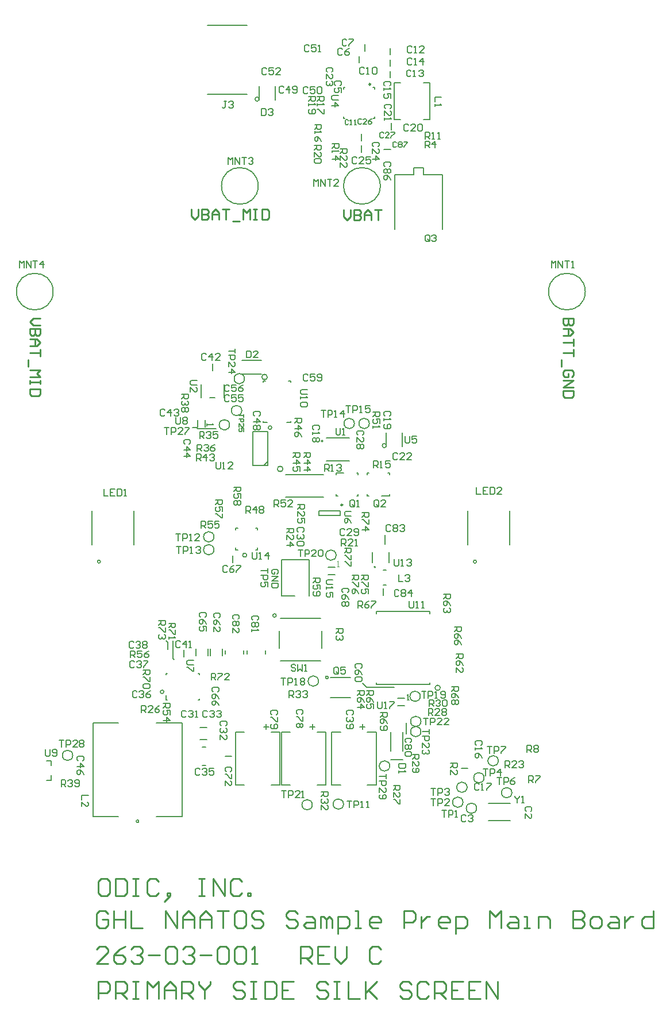
<source format=gto>
G04*
G04 #@! TF.GenerationSoftware,Altium Limited,Altium Designer,24.9.1 (31)*
G04*
G04 Layer_Color=65535*
%FSLAX44Y44*%
%MOMM*%
G71*
G04*
G04 #@! TF.SameCoordinates,1259BD5C-C6F3-40BD-8840-5C3A0C5864AA*
G04*
G04*
G04 #@! TF.FilePolarity,Positive*
G04*
G01*
G75*
%ADD10C,0.2030*%
%ADD11C,0.2500*%
%ADD12C,0.2032*%
%ADD13C,0.1524*%
%ADD14C,0.2000*%
%ADD15C,0.1270*%
%ADD16C,0.1500*%
%ADD17C,0.2540*%
%ADD18C,0.1250*%
D10*
X411600Y349250D02*
G03*
X411600Y349250I-3000J0D01*
G01*
X205933Y188629D02*
G03*
X206000Y188000I-2933J-629D01*
G01*
X224095Y859936D02*
G03*
X224095Y859936I-3000J0D01*
G01*
X189761Y225036D02*
Y228036D01*
X192761D01*
X189761Y196036D02*
X192761D01*
X189761D02*
Y199036D01*
X131000Y40000D02*
Y50000D01*
X149000Y40000D02*
Y50000D01*
X137000Y-66000D02*
X147000D01*
X137000Y-84000D02*
X147000D01*
X152000Y40000D02*
Y50000D01*
X170000Y40000D02*
Y50000D01*
X562000Y-203000D02*
X594000D01*
X562000Y-178000D02*
X594000D01*
X39500Y203000D02*
Y253000D01*
X-22500Y203000D02*
Y253000D01*
X593500Y203000D02*
Y253000D01*
X531500Y203000D02*
Y253000D01*
X423308Y830224D02*
X432308D01*
X423308Y884224D02*
X432308D01*
X466308Y830224D02*
X475308D01*
X466308Y884224D02*
X475308D01*
Y830224D02*
Y884224D01*
X423308Y830224D02*
Y884224D01*
D11*
X347250Y262000D02*
G03*
X347250Y262000I-1250J0D01*
G01*
X388558Y881724D02*
G03*
X388558Y881724I-1250J0D01*
G01*
D12*
X461620Y-20000D02*
G03*
X461620Y-20000I-7620J0D01*
G01*
X596620Y-162000D02*
G03*
X596620Y-162000I-7620J0D01*
G01*
X576620Y-115000D02*
G03*
X576620Y-115000I-7620J0D01*
G01*
X544620Y-185000D02*
G03*
X544620Y-185000I-7620J0D01*
G01*
X524620Y-176000D02*
G03*
X524620Y-176000I-7620J0D01*
G01*
X530620Y-154000D02*
G03*
X530620Y-154000I-7620J0D01*
G01*
X555620Y-140000D02*
G03*
X555620Y-140000I-7620J0D01*
G01*
X491074Y-7490D02*
G03*
X491074Y-7490I-3810J0D01*
G01*
X157620Y215000D02*
G03*
X157620Y215000I-7620J0D01*
G01*
Y196000D02*
G03*
X157620Y196000I-7620J0D01*
G01*
X364620Y382000D02*
G03*
X364620Y382000I-7620J0D01*
G01*
X386620D02*
G03*
X386620Y382000I-7620J0D01*
G01*
X311625Y2464D02*
G03*
X311625Y2464I-7620J0D01*
G01*
X337620Y188000D02*
G03*
X337620Y188000I-7620J0D01*
G01*
X302570Y-179805D02*
G03*
X302570Y-179805I-7620J0D01*
G01*
X462620Y-57000D02*
G03*
X462620Y-57000I-7620J0D01*
G01*
Y-72000D02*
G03*
X462620Y-72000I-7620J0D01*
G01*
X202620Y448000D02*
G03*
X202620Y448000I-7620J0D01*
G01*
X198620Y401000D02*
G03*
X198620Y401000I-7620J0D01*
G01*
X180620Y380000D02*
G03*
X180620Y380000I-7620J0D01*
G01*
X-50380Y-107000D02*
G03*
X-50380Y-107000I-7620J0D01*
G01*
X416620Y-122650D02*
G03*
X416620Y-122650I-7620J0D01*
G01*
X348571Y-178805D02*
G03*
X348571Y-178805I-7620J0D01*
G01*
X147790Y968800D02*
X206210D01*
X147790Y867200D02*
X206210D01*
X263060Y273490D02*
X319060D01*
X263060Y306510D02*
X319060D01*
X221861Y196036D02*
Y199036D01*
X218861Y196036D02*
X221861D01*
X218761Y228136D02*
X221761D01*
Y225136D02*
Y228136D01*
X397221Y-2791D02*
Y358D01*
Y104651D02*
X475707D01*
X397221Y101501D02*
Y104651D01*
Y-2791D02*
X475707D01*
Y358D01*
Y101501D02*
Y104651D01*
D13*
X242870Y375776D02*
G03*
X242870Y375776I-2540J0D01*
G01*
X-79300Y576300D02*
G03*
X-79300Y576300I-27000J0D01*
G01*
X704800D02*
G03*
X704800Y576300I-27000J0D01*
G01*
X46905Y-204200D02*
G03*
X46905Y-204200I-1905J0D01*
G01*
X395626Y170430D02*
G03*
X395626Y170430I-1016J0D01*
G01*
X402750Y732000D02*
G03*
X402750Y732000I-27000J0D01*
G01*
X222750D02*
G03*
X222750Y732000I-27000J0D01*
G01*
X249440Y99060D02*
G03*
X249440Y99060I-2540J0D01*
G01*
X326005Y7714D02*
G03*
X326005Y7714I-2000J0D01*
G01*
X493925Y667740D02*
Y748385D01*
X424075Y667740D02*
Y748385D01*
X452015D01*
Y758545D01*
X465985D01*
Y748385D02*
Y758545D01*
Y748385D02*
X493925D01*
X229990Y383376D02*
Y385126D01*
Y442626D02*
Y444376D01*
X267270D02*
X270990D01*
X229990D02*
X233710D01*
X270990Y383376D02*
Y385126D01*
Y442626D02*
Y444376D01*
X265240Y383376D02*
X270990D01*
X229990D02*
X235740D01*
X-20786Y-58785D02*
X16908D01*
X110786Y-197215D02*
Y-58785D01*
X73092D02*
X110786D01*
X-20786Y-197215D02*
Y-58785D01*
Y-197215D02*
X16908D01*
X73092D02*
X110786D01*
X415819Y176653D02*
Y192147D01*
X391181Y176653D02*
Y192147D01*
X257185Y-73070D02*
X270113D01*
X309788D02*
X322716D01*
Y-150540D02*
Y-73070D01*
X257185Y-150540D02*
X270113D01*
X257185D02*
Y-73070D01*
X309788Y-150540D02*
X322716D01*
X383788D02*
X396716D01*
X331185D02*
Y-73070D01*
Y-150540D02*
X344113D01*
X396716D02*
Y-73070D01*
X383788D02*
X396716D01*
X331185D02*
X344113D01*
X255434Y32258D02*
X314566D01*
X316242Y50716D02*
Y76284D01*
X255434Y94742D02*
X314566D01*
X253758Y50716D02*
Y76284D01*
X298320Y128330D02*
Y181670D01*
X257680Y128330D02*
Y181670D01*
X298320D01*
X257680Y128330D02*
X276330D01*
X138736Y420294D02*
Y439834D01*
X151834Y420294D02*
X159179D01*
X172276D02*
Y439834D01*
X329005Y7714D02*
X359005D01*
X329005Y-22286D02*
X359005D01*
X241788Y-150540D02*
X254716D01*
X189184D02*
Y-73070D01*
Y-150540D02*
X202113D01*
X254716D02*
Y-73070D01*
X241788D02*
X254716D01*
X189184D02*
X202113D01*
X406741Y166303D02*
X411259D01*
X406741Y143697D02*
X411259D01*
D14*
X259225Y314950D02*
G03*
X259225Y314950I-4000J0D01*
G01*
X318014Y356000D02*
G03*
X318014Y356000I-1016J0D01*
G01*
X83800Y-13398D02*
G03*
X83800Y-13398I-2540J0D01*
G01*
X236225Y450450D02*
G03*
X236225Y450450I-4000J0D01*
G01*
X-9580Y178470D02*
G03*
X-9580Y178470I-2240J0D01*
G01*
X544420D02*
G03*
X544420Y178470I-2240J0D01*
G01*
X411500Y348250D02*
Y368250D01*
X435500Y348250D02*
Y368250D01*
X343500Y246500D02*
Y253500D01*
X312500Y246500D02*
Y253500D01*
X343500D01*
X312500Y246500D02*
X343500D01*
X215225Y319950D02*
X237225D01*
Y369950D01*
X215225D02*
X237225D01*
X215225Y319950D02*
Y369950D01*
X231225Y320450D02*
X237225Y326450D01*
X323236Y327236D02*
X356764D01*
X323236Y360764D02*
X356764D01*
X134639Y-25529D02*
X136489D01*
Y-23679D01*
X134639Y13973D02*
X136489D01*
Y12123D02*
Y13973D01*
X86991Y12123D02*
Y13973D01*
X88841D01*
X86991Y-25527D02*
X88841D01*
X86991D02*
Y-18677D01*
X418110Y-113670D02*
X435890D01*
X436000Y-101000D02*
Y-73000D01*
X418000Y-101000D02*
Y-73000D01*
X302651Y-68625D02*
Y-61005D01*
X298841Y-64815D02*
X306460D01*
X199225Y475450D02*
X227225D01*
X199225Y454450D02*
X227225D01*
X247995Y858936D02*
Y878936D01*
X223995Y858936D02*
Y878936D01*
X372840Y-64815D02*
X380461D01*
X376651Y-68625D02*
Y-61005D01*
X144450Y376775D02*
Y387025D01*
X133450Y377025D02*
Y387025D01*
X-82505Y-121964D02*
Y-114714D01*
X-89005D02*
X-82505D01*
Y-143714D02*
Y-136464D01*
X-89005Y-143714D02*
X-82505D01*
X230840Y-64815D02*
X238461D01*
X234650Y-68625D02*
Y-61005D01*
X394308Y874724D02*
Y877224D01*
X391808D02*
X394308D01*
Y831224D02*
Y833724D01*
X391808Y831224D02*
X394308D01*
X348308Y874724D02*
Y877224D01*
X350808D01*
X348308Y831224D02*
X350808D01*
X348308D02*
Y833724D01*
X325745Y159036D02*
X335745D01*
X325745Y170036D02*
X335995D01*
X428214Y-22570D02*
X438464D01*
X428214Y-33570D02*
X438214D01*
D15*
X408000Y786000D02*
X418000D01*
X410000Y204000D02*
Y218000D01*
X407000Y129000D02*
Y139000D01*
X206500Y42400D02*
Y47600D01*
X233500Y42400D02*
Y47600D01*
X113000Y38000D02*
Y48000D01*
X174500Y42400D02*
Y47600D01*
X201500Y42400D02*
Y47600D01*
X140400Y-94500D02*
X145600D01*
X140400Y-121500D02*
X145600D01*
X185000Y177000D02*
Y187000D01*
X174000Y-108000D02*
X184000D01*
X155506Y460064D02*
Y470064D01*
X522000Y-126000D02*
X532000D01*
X374995Y781536D02*
Y791536D01*
Y798536D02*
Y808536D01*
X418995Y814536D02*
Y824536D01*
X417308Y908223D02*
Y918223D01*
Y891224D02*
Y901224D01*
X417308Y925223D02*
Y935223D01*
X379995Y930536D02*
Y940536D01*
X371308Y913224D02*
Y923224D01*
X442464Y-25070D02*
X445130D01*
X443797D01*
Y-17073D01*
X442464Y-18406D01*
D16*
X134000Y374000D02*
X161000D01*
X132000Y376000D02*
X134000Y374000D01*
X126000Y376000D02*
X132000D01*
X174000Y373000D02*
X175000D01*
X90000Y49000D02*
Y59000D01*
X87000Y62000D02*
X90000Y59000D01*
X97000Y36000D02*
X99000Y34000D01*
X97000Y36000D02*
Y62000D01*
X441000Y-75000D02*
Y-59000D01*
X377000Y-1000D02*
X383000Y-7000D01*
X385000D01*
X387000D01*
X423000D01*
X367780Y309000D02*
X370250D01*
Y306530D02*
Y309000D01*
Y275000D02*
Y277470D01*
X367780Y275000D02*
X370250D01*
X337750D02*
X340220D01*
X337750D02*
Y277470D01*
Y306530D02*
Y309000D01*
X349000D01*
X383750Y275000D02*
X386220D01*
X383750D02*
Y277470D01*
Y306530D02*
Y309000D01*
X386220D01*
X413780D02*
X416250D01*
Y306530D02*
Y309000D01*
Y275000D02*
Y277470D01*
X405000Y275000D02*
X416250D01*
X146950Y381775D02*
Y378443D01*
Y380109D01*
X156947D01*
X155281Y381775D01*
X250831Y159836D02*
X252497Y161502D01*
Y164834D01*
X250831Y166500D01*
X244166D01*
X242500Y164834D01*
Y161502D01*
X244166Y159836D01*
X247498D01*
Y163168D01*
X242500Y156503D02*
X252497D01*
X242500Y149839D01*
X252497D01*
Y146507D02*
X242500D01*
Y141508D01*
X244166Y139842D01*
X250831D01*
X252497Y141508D01*
Y146507D01*
X176334Y856998D02*
X173002D01*
X174668D01*
Y848668D01*
X173002Y847002D01*
X171336D01*
X169669Y848668D01*
X179666Y855332D02*
X181332Y856998D01*
X184664D01*
X186331Y855332D01*
Y853666D01*
X184664Y852000D01*
X182998D01*
X184664D01*
X186331Y850334D01*
Y848668D01*
X184664Y847002D01*
X181332D01*
X179666Y848668D01*
X359998Y252331D02*
X351668D01*
X350002Y250665D01*
Y247332D01*
X351668Y245666D01*
X359998D01*
Y235669D02*
X358332Y239002D01*
X355000Y242334D01*
X351668D01*
X350002Y240668D01*
Y237335D01*
X351668Y235669D01*
X353334D01*
X355000Y237335D01*
Y242334D01*
X426668Y795666D02*
X425336Y796999D01*
X422670D01*
X421337Y795666D01*
Y790334D01*
X422670Y789001D01*
X425336D01*
X426668Y790334D01*
X429334Y795666D02*
X430667Y796999D01*
X433333D01*
X434666Y795666D01*
Y794333D01*
X433333Y793000D01*
X434666Y791667D01*
Y790334D01*
X433333Y789001D01*
X430667D01*
X429334Y790334D01*
Y791667D01*
X430667Y793000D01*
X429334Y794333D01*
Y795666D01*
X430667Y793000D02*
X433333D01*
X437332Y796999D02*
X442663D01*
Y795666D01*
X437332Y790334D01*
Y789001D01*
X416332Y760665D02*
X417998Y762331D01*
Y765663D01*
X416332Y767329D01*
X409668D01*
X408002Y765663D01*
Y762331D01*
X409668Y760665D01*
X416332Y757332D02*
X417998Y755666D01*
Y752334D01*
X416332Y750668D01*
X414666D01*
X413000Y752334D01*
X411334Y750668D01*
X409668D01*
X408002Y752334D01*
Y755666D01*
X409668Y757332D01*
X411334D01*
X413000Y755666D01*
X414666Y757332D01*
X416332D01*
X413000Y755666D02*
Y752334D01*
X417998Y740671D02*
X416332Y744003D01*
X413000Y747335D01*
X409668D01*
X408002Y745669D01*
Y742337D01*
X409668Y740671D01*
X411334D01*
X413000Y742337D01*
Y747335D01*
X392002Y398663D02*
X401998D01*
Y393665D01*
X400332Y391998D01*
X397000D01*
X395334Y393665D01*
Y398663D01*
Y395331D02*
X392002Y391998D01*
X401998Y382002D02*
Y388666D01*
X397000D01*
X398666Y385334D01*
Y383668D01*
X397000Y382002D01*
X393668D01*
X392002Y383668D01*
Y387000D01*
X393668Y388666D01*
X392002Y378669D02*
Y375337D01*
Y377003D01*
X401998D01*
X400332Y378669D01*
X560671Y-94002D02*
X567336D01*
X564003D01*
Y-103998D01*
X570668D02*
Y-94002D01*
X575666D01*
X577332Y-95668D01*
Y-99000D01*
X575666Y-100666D01*
X570668D01*
X580664Y-94002D02*
X587329D01*
Y-95668D01*
X580664Y-102332D01*
Y-103998D01*
X574671Y-140002D02*
X581335D01*
X578003D01*
Y-149998D01*
X584668D02*
Y-140002D01*
X589666D01*
X591332Y-141668D01*
Y-145000D01*
X589666Y-146666D01*
X584668D01*
X601329Y-140002D02*
X597997Y-141668D01*
X594664Y-145000D01*
Y-148332D01*
X596331Y-149998D01*
X599663D01*
X601329Y-148332D01*
Y-146666D01*
X599663Y-145000D01*
X594664D01*
X246671Y259002D02*
Y268998D01*
X251669D01*
X253335Y267332D01*
Y264000D01*
X251669Y262334D01*
X246671D01*
X250003D02*
X253335Y259002D01*
X263332Y268998D02*
X256668D01*
Y264000D01*
X260000Y265666D01*
X261666D01*
X263332Y264000D01*
Y260668D01*
X261666Y259002D01*
X258334D01*
X256668Y260668D01*
X273329Y259002D02*
X266665D01*
X273329Y265666D01*
Y267332D01*
X271663Y268998D01*
X268331D01*
X266665Y267332D01*
X281002Y262329D02*
X290998D01*
Y257331D01*
X289332Y255665D01*
X286000D01*
X284334Y257331D01*
Y262329D01*
Y258997D02*
X281002Y255665D01*
Y245668D02*
Y252332D01*
X287666Y245668D01*
X289332D01*
X290998Y247334D01*
Y250666D01*
X289332Y252332D01*
X290998Y235671D02*
Y242335D01*
X286000D01*
X287666Y239003D01*
Y237337D01*
X286000Y235671D01*
X282668D01*
X281002Y237337D01*
Y240669D01*
X282668Y242335D01*
X265002Y227329D02*
X274998D01*
Y222331D01*
X273332Y220665D01*
X270000D01*
X268334Y222331D01*
Y227329D01*
Y223997D02*
X265002Y220665D01*
Y210668D02*
Y217332D01*
X271666Y210668D01*
X273332D01*
X274998Y212334D01*
Y215666D01*
X273332Y217332D01*
X265002Y202337D02*
X274998D01*
X270000Y207335D01*
Y200671D01*
X338002Y79331D02*
X347998D01*
Y74332D01*
X346332Y72666D01*
X343000D01*
X341334Y74332D01*
Y79331D01*
Y75998D02*
X338002Y72666D01*
X346332Y69334D02*
X347998Y67668D01*
Y64335D01*
X346332Y62669D01*
X344666D01*
X343000Y64335D01*
Y66002D01*
Y64335D01*
X341334Y62669D01*
X339668D01*
X338002Y64335D01*
Y67668D01*
X339668Y69334D01*
X288332Y221665D02*
X289998Y223331D01*
Y226663D01*
X288332Y228329D01*
X281668D01*
X280002Y226663D01*
Y223331D01*
X281668Y221665D01*
X288332Y218332D02*
X289998Y216666D01*
Y213334D01*
X288332Y211668D01*
X286666D01*
X285000Y213334D01*
Y215000D01*
Y213334D01*
X283334Y211668D01*
X281668D01*
X280002Y213334D01*
Y216666D01*
X281668Y218332D01*
X288332Y208335D02*
X289998Y206669D01*
Y203337D01*
X288332Y201671D01*
X281668D01*
X280002Y203337D01*
Y206669D01*
X281668Y208335D01*
X288332D01*
X337336Y374998D02*
Y366668D01*
X339002Y365002D01*
X342334D01*
X344000Y366668D01*
Y374998D01*
X347332Y365002D02*
X350664D01*
X348998D01*
Y374998D01*
X347332Y373332D01*
X439669Y362998D02*
Y354668D01*
X441335Y353002D01*
X444668D01*
X446334Y354668D01*
Y362998D01*
X456331D02*
X449666D01*
Y358000D01*
X452998Y359666D01*
X454664D01*
X456331Y358000D01*
Y354668D01*
X454664Y353002D01*
X451332D01*
X449666Y354668D01*
X423504Y181998D02*
Y173668D01*
X425170Y172002D01*
X428502D01*
X430168Y173668D01*
Y181998D01*
X433501Y172002D02*
X436833D01*
X435167D01*
Y181998D01*
X433501Y180332D01*
X441832D02*
X443498Y181998D01*
X446830D01*
X448496Y180332D01*
Y178666D01*
X446830Y177000D01*
X445164D01*
X446830D01*
X448496Y175334D01*
Y173668D01*
X446830Y172002D01*
X443498D01*
X441832Y173668D01*
X127998Y33331D02*
X119668D01*
X118002Y31665D01*
Y28332D01*
X119668Y26666D01*
X127998D01*
Y23334D02*
Y16669D01*
X126332D01*
X119668Y23334D01*
X118002D01*
X83002Y-30671D02*
X92998D01*
Y-35669D01*
X91332Y-37336D01*
X88000D01*
X86334Y-35669D01*
Y-30671D01*
Y-34003D02*
X83002Y-37336D01*
X92998Y-47332D02*
Y-40668D01*
X88000D01*
X89666Y-44000D01*
Y-45666D01*
X88000Y-47332D01*
X84668D01*
X83002Y-45666D01*
Y-42334D01*
X84668Y-40668D01*
X83002Y-55663D02*
X92998D01*
X88000Y-50665D01*
Y-57329D01*
X34671Y37002D02*
Y46998D01*
X39669D01*
X41336Y45332D01*
Y42000D01*
X39669Y40334D01*
X34671D01*
X38003D02*
X41336Y37002D01*
X51332Y46998D02*
X44668D01*
Y42000D01*
X48000Y43666D01*
X49666D01*
X51332Y42000D01*
Y38668D01*
X49666Y37002D01*
X46334D01*
X44668Y38668D01*
X61329Y46998D02*
X57997Y45332D01*
X54665Y42000D01*
Y38668D01*
X56331Y37002D01*
X59663D01*
X61329Y38668D01*
Y40334D01*
X59663Y42000D01*
X54665D01*
X375002Y158329D02*
X384998D01*
Y153331D01*
X383332Y151664D01*
X380000D01*
X378334Y153331D01*
Y158329D01*
Y154997D02*
X375002Y151664D01*
X384998Y148332D02*
Y141668D01*
X383332D01*
X376668Y148332D01*
X375002D01*
X384998Y131671D02*
Y138335D01*
X380000D01*
X381666Y135003D01*
Y133337D01*
X380000Y131671D01*
X376668D01*
X375002Y133337D01*
Y136669D01*
X376668Y138335D01*
X320504Y312002D02*
Y321998D01*
X325502D01*
X327169Y320332D01*
Y317000D01*
X325502Y315334D01*
X320504D01*
X323836D02*
X327169Y312002D01*
X330501D02*
X333833D01*
X332167D01*
Y321998D01*
X330501Y320332D01*
X338831D02*
X340498Y321998D01*
X343830D01*
X345496Y320332D01*
Y318666D01*
X343830Y317000D01*
X342164D01*
X343830D01*
X345496Y315334D01*
Y313668D01*
X343830Y312002D01*
X340498D01*
X338831Y313668D01*
X469170Y801002D02*
Y810998D01*
X474169D01*
X475835Y809332D01*
Y806000D01*
X474169Y804334D01*
X469170D01*
X472502D02*
X475835Y801002D01*
X479167D02*
X482499D01*
X480833D01*
Y810998D01*
X479167Y809332D01*
X487498Y801002D02*
X490830D01*
X489164D01*
Y810998D01*
X487498Y809332D01*
X392504Y317002D02*
Y326998D01*
X397502D01*
X399169Y325332D01*
Y322000D01*
X397502Y320334D01*
X392504D01*
X395836D02*
X399169Y317002D01*
X402501D02*
X405833D01*
X404167D01*
Y326998D01*
X402501Y325332D01*
X417496Y326998D02*
X410831D01*
Y322000D01*
X414164Y323666D01*
X415830D01*
X417496Y322000D01*
Y318668D01*
X415830Y317002D01*
X412498D01*
X410831Y318668D01*
X350002Y198329D02*
X359998D01*
Y193331D01*
X358332Y191665D01*
X355000D01*
X353334Y193331D01*
Y198329D01*
Y194997D02*
X350002Y191665D01*
X359998Y188332D02*
Y181668D01*
X358332D01*
X351668Y188332D01*
X350002D01*
X359998Y178335D02*
Y171671D01*
X358332D01*
X351668Y178335D01*
X350002D01*
X53002Y18329D02*
X62998D01*
Y13331D01*
X61332Y11665D01*
X58000D01*
X56334Y13331D01*
Y18329D01*
Y14997D02*
X53002Y11665D01*
X62998Y8332D02*
Y1668D01*
X61332D01*
X54668Y8332D01*
X53002D01*
X61332Y-1665D02*
X62998Y-3331D01*
Y-6663D01*
X61332Y-8329D01*
X54668D01*
X53002Y-6663D01*
Y-3331D01*
X54668Y-1665D01*
X61332D01*
X76002Y91329D02*
X85998D01*
Y86331D01*
X84332Y84664D01*
X81000D01*
X79334Y86331D01*
Y91329D01*
Y87997D02*
X76002Y84664D01*
X85998Y81332D02*
Y74668D01*
X84332D01*
X77668Y81332D01*
X76002D01*
X84332Y71336D02*
X85998Y69669D01*
Y66337D01*
X84332Y64671D01*
X82666D01*
X81000Y66337D01*
Y68003D01*
Y66337D01*
X79334Y64671D01*
X77668D01*
X76002Y66337D01*
Y69669D01*
X77668Y71336D01*
X376002Y250329D02*
X385998D01*
Y245331D01*
X384332Y243664D01*
X381000D01*
X379334Y245331D01*
Y250329D01*
Y246997D02*
X376002Y243664D01*
X385998Y240332D02*
Y233668D01*
X384332D01*
X377668Y240332D01*
X376002D01*
Y225337D02*
X385998D01*
X381000Y230336D01*
Y223671D01*
X153671Y4002D02*
Y13998D01*
X158669D01*
X160336Y12332D01*
Y9000D01*
X158669Y7334D01*
X153671D01*
X157003D02*
X160336Y4002D01*
X163668Y13998D02*
X170332D01*
Y12332D01*
X163668Y5668D01*
Y4002D01*
X180329D02*
X173664D01*
X180329Y10666D01*
Y12332D01*
X178663Y13998D01*
X175331D01*
X173664Y12332D01*
X361002Y158329D02*
X370998D01*
Y153331D01*
X369332Y151664D01*
X366000D01*
X364334Y153331D01*
Y158329D01*
Y154997D02*
X361002Y151664D01*
X370998Y148332D02*
Y141668D01*
X369332D01*
X362668Y148332D01*
X361002D01*
X370998Y131671D02*
X369332Y135003D01*
X366000Y138335D01*
X362668D01*
X361002Y136669D01*
Y133337D01*
X362668Y131671D01*
X364334D01*
X366000Y133337D01*
Y138335D01*
X91002Y87663D02*
X100998D01*
Y82664D01*
X99332Y80998D01*
X96000D01*
X94334Y82664D01*
Y87663D01*
Y84331D02*
X91002Y80998D01*
X100998Y77666D02*
Y71002D01*
X99332D01*
X92668Y77666D01*
X91002D01*
Y67669D02*
Y64337D01*
Y66003D01*
X100998D01*
X99332Y67669D01*
X-128924Y611717D02*
Y621713D01*
X-125591Y618381D01*
X-122259Y621713D01*
Y611717D01*
X-118927D02*
Y621713D01*
X-112262Y611717D01*
Y621713D01*
X-108930D02*
X-102266D01*
X-105598D01*
Y611717D01*
X-93935D02*
Y621713D01*
X-98933Y616715D01*
X-92269D01*
X178673Y764002D02*
Y773998D01*
X182005Y770666D01*
X185337Y773998D01*
Y764002D01*
X188669D02*
Y773998D01*
X195334Y764002D01*
Y773998D01*
X198666D02*
X205331D01*
X201998D01*
Y764002D01*
X208663Y772332D02*
X210329Y773998D01*
X213661D01*
X215327Y772332D01*
Y770666D01*
X213661Y769000D01*
X211995D01*
X213661D01*
X215327Y767334D01*
Y765668D01*
X213661Y764002D01*
X210329D01*
X208663Y765668D01*
X304673Y732002D02*
Y741998D01*
X308005Y738666D01*
X311337Y741998D01*
Y732002D01*
X314669D02*
Y741998D01*
X321334Y732002D01*
Y741998D01*
X324666D02*
X331331D01*
X327998D01*
Y732002D01*
X341327D02*
X334663D01*
X341327Y738666D01*
Y740332D01*
X339661Y741998D01*
X336329D01*
X334663Y740332D01*
X654843Y611717D02*
Y621713D01*
X658176Y618381D01*
X661508Y621713D01*
Y611717D01*
X664840D02*
Y621713D01*
X671505Y611717D01*
Y621713D01*
X674837D02*
X681501D01*
X678169D01*
Y611717D01*
X684834D02*
X688166D01*
X686500D01*
Y621713D01*
X684834Y620047D01*
X429669Y158998D02*
Y149002D01*
X436334D01*
X439666Y157332D02*
X441332Y158998D01*
X444664D01*
X446331Y157332D01*
Y155666D01*
X444664Y154000D01*
X442998D01*
X444664D01*
X446331Y152334D01*
Y150668D01*
X444664Y149002D01*
X441332D01*
X439666Y150668D01*
X-27002Y-165669D02*
X-36998D01*
Y-172334D01*
Y-182331D02*
Y-175666D01*
X-30334Y-182331D01*
X-28668D01*
X-27002Y-180665D01*
Y-177332D01*
X-28668Y-175666D01*
X430336Y135332D02*
X428669Y136998D01*
X425337D01*
X423671Y135332D01*
Y128668D01*
X425337Y127002D01*
X428669D01*
X430336Y128668D01*
X433668Y135332D02*
X435334Y136998D01*
X438666D01*
X440332Y135332D01*
Y133666D01*
X438666Y132000D01*
X440332Y130334D01*
Y128668D01*
X438666Y127002D01*
X435334D01*
X433668Y128668D01*
Y130334D01*
X435334Y132000D01*
X433668Y133666D01*
Y135332D01*
X435334Y132000D02*
X438666D01*
X448663Y127002D02*
Y136998D01*
X443665Y132000D01*
X450329D01*
X39335Y59332D02*
X37669Y60998D01*
X34337D01*
X32671Y59332D01*
Y52668D01*
X34337Y51002D01*
X37669D01*
X39335Y52668D01*
X42668Y59332D02*
X44334Y60998D01*
X47666D01*
X49332Y59332D01*
Y57666D01*
X47666Y56000D01*
X46000D01*
X47666D01*
X49332Y54334D01*
Y52668D01*
X47666Y51002D01*
X44334D01*
X42668Y52668D01*
X52664Y59332D02*
X54331Y60998D01*
X57663D01*
X59329Y59332D01*
Y57666D01*
X57663Y56000D01*
X59329Y54334D01*
Y52668D01*
X57663Y51002D01*
X54331D01*
X52664Y52668D01*
Y54334D01*
X54331Y56000D01*
X52664Y57666D01*
Y59332D01*
X54331Y56000D02*
X57663D01*
X117002Y-42668D02*
X115336Y-41002D01*
X112003D01*
X110337Y-42668D01*
Y-49332D01*
X112003Y-50998D01*
X115336D01*
X117002Y-49332D01*
X120334Y-42668D02*
X122000Y-41002D01*
X125332D01*
X126998Y-42668D01*
Y-44334D01*
X125332Y-46000D01*
X123666D01*
X125332D01*
X126998Y-47666D01*
Y-49332D01*
X125332Y-50998D01*
X122000D01*
X120334Y-49332D01*
X130331Y-50998D02*
X133663D01*
X131997D01*
Y-41002D01*
X130331Y-42668D01*
X144332Y96664D02*
X145998Y98331D01*
Y101663D01*
X144332Y103329D01*
X137668D01*
X136002Y101663D01*
Y98331D01*
X137668Y96664D01*
X145998Y86668D02*
X144332Y90000D01*
X141000Y93332D01*
X137668D01*
X136002Y91666D01*
Y88334D01*
X137668Y86668D01*
X139334D01*
X141000Y88334D01*
Y93332D01*
X145998Y76671D02*
Y83335D01*
X141000D01*
X142666Y80003D01*
Y78337D01*
X141000Y76671D01*
X137668D01*
X136002Y78337D01*
Y81669D01*
X137668Y83335D01*
X418335Y231332D02*
X416669Y232998D01*
X413337D01*
X411671Y231332D01*
Y224668D01*
X413337Y223002D01*
X416669D01*
X418335Y224668D01*
X421668Y231332D02*
X423334Y232998D01*
X426666D01*
X428332Y231332D01*
Y229666D01*
X426666Y228000D01*
X428332Y226334D01*
Y224668D01*
X426666Y223002D01*
X423334D01*
X421668Y224668D01*
Y226334D01*
X423334Y228000D01*
X421668Y229666D01*
Y231332D01*
X423334Y228000D02*
X426666D01*
X431665Y231332D02*
X433331Y232998D01*
X436663D01*
X438329Y231332D01*
Y229666D01*
X436663Y228000D01*
X434997D01*
X436663D01*
X438329Y226334D01*
Y224668D01*
X436663Y223002D01*
X433331D01*
X431665Y224668D01*
X428335Y337332D02*
X426669Y338998D01*
X423337D01*
X421671Y337332D01*
Y330668D01*
X423337Y329002D01*
X426669D01*
X428335Y330668D01*
X438332Y329002D02*
X431668D01*
X438332Y335666D01*
Y337332D01*
X436666Y338998D01*
X433334D01*
X431668Y337332D01*
X448329Y329002D02*
X441665D01*
X448329Y335666D01*
Y337332D01*
X446663Y338998D01*
X443331D01*
X441665Y337332D01*
X376332Y364664D02*
X377998Y366331D01*
Y369663D01*
X376332Y371329D01*
X369668D01*
X368002Y369663D01*
Y366331D01*
X369668Y364664D01*
X368002Y354668D02*
Y361332D01*
X374666Y354668D01*
X376332D01*
X377998Y356334D01*
Y359666D01*
X376332Y361332D01*
Y351335D02*
X377998Y349669D01*
Y346337D01*
X376332Y344671D01*
X374666D01*
X373000Y346337D01*
X371334Y344671D01*
X369668D01*
X368002Y346337D01*
Y349669D01*
X369668Y351335D01*
X371334D01*
X373000Y349669D01*
X374666Y351335D01*
X376332D01*
X373000Y349669D02*
Y346337D01*
X311332Y372831D02*
X312998Y374497D01*
Y377830D01*
X311332Y379496D01*
X304668D01*
X303002Y377830D01*
Y374497D01*
X304668Y372831D01*
X303002Y369499D02*
Y366167D01*
Y367833D01*
X312998D01*
X311332Y369499D01*
Y361169D02*
X312998Y359502D01*
Y356170D01*
X311332Y354504D01*
X309666D01*
X308000Y356170D01*
X306334Y354504D01*
X304668D01*
X303002Y356170D01*
Y359502D01*
X304668Y361169D01*
X306334D01*
X308000Y359502D01*
X309666Y361169D01*
X311332D01*
X308000Y359502D02*
Y356170D01*
X40335Y30332D02*
X38669Y31998D01*
X35337D01*
X33671Y30332D01*
Y23668D01*
X35337Y22002D01*
X38669D01*
X40335Y23668D01*
X43668Y30332D02*
X45334Y31998D01*
X48666D01*
X50332Y30332D01*
Y28666D01*
X48666Y27000D01*
X47000D01*
X48666D01*
X50332Y25334D01*
Y23668D01*
X48666Y22002D01*
X45334D01*
X43668Y23668D01*
X53664Y31998D02*
X60329D01*
Y30332D01*
X53664Y23668D01*
Y22002D01*
X416332Y392831D02*
X417998Y394497D01*
Y397830D01*
X416332Y399496D01*
X409668D01*
X408002Y397830D01*
Y394497D01*
X409668Y392831D01*
X408002Y389499D02*
Y386167D01*
Y387833D01*
X417998D01*
X416332Y389499D01*
X409668Y381169D02*
X408002Y379502D01*
Y376170D01*
X409668Y374504D01*
X416332D01*
X417998Y376170D01*
Y379502D01*
X416332Y381169D01*
X414666D01*
X413000Y379502D01*
Y374504D01*
X137336Y-127668D02*
X135669Y-126002D01*
X132337D01*
X130671Y-127668D01*
Y-134332D01*
X132337Y-135998D01*
X135669D01*
X137336Y-134332D01*
X140668Y-127668D02*
X142334Y-126002D01*
X145666D01*
X147332Y-127668D01*
Y-129334D01*
X145666Y-131000D01*
X144000D01*
X145666D01*
X147332Y-132666D01*
Y-134332D01*
X145666Y-135998D01*
X142334D01*
X140668Y-134332D01*
X157329Y-126002D02*
X150665D01*
Y-131000D01*
X153997Y-129334D01*
X155663D01*
X157329Y-131000D01*
Y-134332D01*
X155663Y-135998D01*
X152331D01*
X150665Y-134332D01*
X165332Y95665D02*
X166998Y97331D01*
Y100663D01*
X165332Y102329D01*
X158668D01*
X157002Y100663D01*
Y97331D01*
X158668Y95665D01*
X166998Y85668D02*
X165332Y89000D01*
X162000Y92332D01*
X158668D01*
X157002Y90666D01*
Y87334D01*
X158668Y85668D01*
X160334D01*
X162000Y87334D01*
Y92332D01*
X157002Y75671D02*
Y82335D01*
X163666Y75671D01*
X165332D01*
X166998Y77337D01*
Y80669D01*
X165332Y82335D01*
X148336Y-42668D02*
X146669Y-41002D01*
X143337D01*
X141671Y-42668D01*
Y-49332D01*
X143337Y-50998D01*
X146669D01*
X148336Y-49332D01*
X151668Y-42668D02*
X153334Y-41002D01*
X156666D01*
X158332Y-42668D01*
Y-44334D01*
X156666Y-46000D01*
X155000D01*
X156666D01*
X158332Y-47666D01*
Y-49332D01*
X156666Y-50998D01*
X153334D01*
X151668Y-49332D01*
X161665Y-42668D02*
X163331Y-41002D01*
X166663D01*
X168329Y-42668D01*
Y-44334D01*
X166663Y-46000D01*
X164997D01*
X166663D01*
X168329Y-47666D01*
Y-49332D01*
X166663Y-50998D01*
X163331D01*
X161665Y-49332D01*
X193332Y93665D02*
X194998Y95331D01*
Y98663D01*
X193332Y100329D01*
X186668D01*
X185002Y98663D01*
Y95331D01*
X186668Y93665D01*
X193332Y90332D02*
X194998Y88666D01*
Y85334D01*
X193332Y83668D01*
X191666D01*
X190000Y85334D01*
X188334Y83668D01*
X186668D01*
X185002Y85334D01*
Y88666D01*
X186668Y90332D01*
X188334D01*
X190000Y88666D01*
X191666Y90332D01*
X193332D01*
X190000Y88666D02*
Y85334D01*
X185002Y73671D02*
Y80335D01*
X191666Y73671D01*
X193332D01*
X194998Y75337D01*
Y78669D01*
X193332Y80335D01*
X108002Y60332D02*
X106335Y61998D01*
X103003D01*
X101337Y60332D01*
Y53668D01*
X103003Y52002D01*
X106335D01*
X108002Y53668D01*
X116332Y52002D02*
Y61998D01*
X111334Y57000D01*
X117998D01*
X121331Y52002D02*
X124663D01*
X122997D01*
Y61998D01*
X121331Y60332D01*
X175332Y-63335D02*
X176998Y-61669D01*
Y-58337D01*
X175332Y-56671D01*
X168668D01*
X167002Y-58337D01*
Y-61669D01*
X168668Y-63335D01*
X175332Y-66668D02*
X176998Y-68334D01*
Y-71666D01*
X175332Y-73332D01*
X173666D01*
X172000Y-71666D01*
Y-70000D01*
Y-71666D01*
X170334Y-73332D01*
X168668D01*
X167002Y-71666D01*
Y-68334D01*
X168668Y-66668D01*
X167002Y-83329D02*
Y-76665D01*
X173666Y-83329D01*
X175332D01*
X176998Y-81663D01*
Y-78331D01*
X175332Y-76665D01*
X163332Y-13335D02*
X164998Y-11669D01*
Y-8337D01*
X163332Y-6671D01*
X156668D01*
X155002Y-8337D01*
Y-11669D01*
X156668Y-13335D01*
X164998Y-23332D02*
X163332Y-20000D01*
X160000Y-16668D01*
X156668D01*
X155002Y-18334D01*
Y-21666D01*
X156668Y-23332D01*
X158334D01*
X160000Y-21666D01*
Y-16668D01*
X164998Y-33329D02*
X163332Y-29997D01*
X160000Y-26665D01*
X156668D01*
X155002Y-28331D01*
Y-31663D01*
X156668Y-33329D01*
X158334D01*
X160000Y-31663D01*
Y-26665D01*
X44335Y-13668D02*
X42669Y-12002D01*
X39337D01*
X37671Y-13668D01*
Y-20332D01*
X39337Y-21998D01*
X42669D01*
X44335Y-20332D01*
X47668Y-13668D02*
X49334Y-12002D01*
X52666D01*
X54332Y-13668D01*
Y-15334D01*
X52666Y-17000D01*
X51000D01*
X52666D01*
X54332Y-18666D01*
Y-20332D01*
X52666Y-21998D01*
X49334D01*
X47668Y-20332D01*
X64329Y-12002D02*
X60997Y-13668D01*
X57664Y-17000D01*
Y-20332D01*
X59331Y-21998D01*
X62663D01*
X64329Y-20332D01*
Y-18666D01*
X62663Y-17000D01*
X57664D01*
X221332Y91998D02*
X222998Y93665D01*
Y96997D01*
X221332Y98663D01*
X214668D01*
X213002Y96997D01*
Y93665D01*
X214668Y91998D01*
X221332Y88666D02*
X222998Y87000D01*
Y83668D01*
X221332Y82002D01*
X219666D01*
X218000Y83668D01*
X216334Y82002D01*
X214668D01*
X213002Y83668D01*
Y87000D01*
X214668Y88666D01*
X216334D01*
X218000Y87000D01*
X219666Y88666D01*
X221332D01*
X218000Y87000D02*
Y83668D01*
X213002Y78669D02*
Y75337D01*
Y77003D01*
X222998D01*
X221332Y78669D01*
X50671Y-43998D02*
Y-34002D01*
X55669D01*
X57336Y-35668D01*
Y-39000D01*
X55669Y-40666D01*
X50671D01*
X54003D02*
X57336Y-43998D01*
X67332D02*
X60668D01*
X67332Y-37334D01*
Y-35668D01*
X65666Y-34002D01*
X62334D01*
X60668Y-35668D01*
X77329Y-34002D02*
X73997Y-35668D01*
X70665Y-39000D01*
Y-42332D01*
X72331Y-43998D01*
X75663D01*
X77329Y-42332D01*
Y-40666D01*
X75663Y-39000D01*
X70665D01*
X343332Y879666D02*
X344998Y881332D01*
Y884665D01*
X343332Y886331D01*
X336668D01*
X335002Y884665D01*
Y881332D01*
X336668Y879666D01*
X344998Y869669D02*
Y876334D01*
X340000D01*
X341666Y873002D01*
Y871335D01*
X340000Y869669D01*
X336668D01*
X335002Y871335D01*
Y874668D01*
X336668Y876334D01*
X347334Y933332D02*
X345668Y934998D01*
X342336D01*
X340669Y933332D01*
Y926668D01*
X342336Y925002D01*
X345668D01*
X347334Y926668D01*
X357331Y934998D02*
X353998Y933332D01*
X350666Y930000D01*
Y926668D01*
X352332Y925002D01*
X355664D01*
X357331Y926668D01*
Y928334D01*
X355664Y930000D01*
X350666D01*
X353334Y946332D02*
X351668Y947998D01*
X348335D01*
X346669Y946332D01*
Y939668D01*
X348335Y938002D01*
X351668D01*
X353334Y939668D01*
X356666Y947998D02*
X363331D01*
Y946332D01*
X356666Y939668D01*
Y938002D01*
X379169Y905332D02*
X377502Y906998D01*
X374170D01*
X372504Y905332D01*
Y898668D01*
X374170Y897002D01*
X377502D01*
X379169Y898668D01*
X382501Y897002D02*
X385833D01*
X384167D01*
Y906998D01*
X382501Y905332D01*
X390831D02*
X392498Y906998D01*
X395830D01*
X397496Y905332D01*
Y898668D01*
X395830Y897002D01*
X392498D01*
X390831Y898668D01*
Y905332D01*
X355876Y828499D02*
X354626Y829749D01*
X352127D01*
X350878Y828499D01*
Y823501D01*
X352127Y822251D01*
X354626D01*
X355876Y823501D01*
X358375Y822251D02*
X360874D01*
X359625D01*
Y829749D01*
X358375Y828499D01*
X364623Y822251D02*
X367122D01*
X365873D01*
Y829749D01*
X364623Y828499D01*
X449169Y936332D02*
X447502Y937998D01*
X444170D01*
X442504Y936332D01*
Y929668D01*
X444170Y928002D01*
X447502D01*
X449169Y929668D01*
X452501Y928002D02*
X455833D01*
X454167D01*
Y937998D01*
X452501Y936332D01*
X467496Y928002D02*
X460831D01*
X467496Y934666D01*
Y936332D01*
X465830Y937998D01*
X462498D01*
X460831Y936332D01*
X448168Y901332D02*
X446502Y902998D01*
X443170D01*
X441504Y901332D01*
Y894668D01*
X443170Y893002D01*
X446502D01*
X448168Y894668D01*
X451501Y893002D02*
X454833D01*
X453167D01*
Y902998D01*
X451501Y901332D01*
X459832D02*
X461498Y902998D01*
X464830D01*
X466496Y901332D01*
Y899666D01*
X464830Y898000D01*
X463164D01*
X464830D01*
X466496Y896334D01*
Y894668D01*
X464830Y893002D01*
X461498D01*
X459832Y894668D01*
X449169Y918332D02*
X447502Y919998D01*
X444170D01*
X442504Y918332D01*
Y911668D01*
X444170Y910002D01*
X447502D01*
X449169Y911668D01*
X452501Y910002D02*
X455833D01*
X454167D01*
Y919998D01*
X452501Y918332D01*
X465830Y910002D02*
Y919998D01*
X460831Y915000D01*
X467496D01*
X416328Y879368D02*
X417994Y881034D01*
Y884366D01*
X416328Y886032D01*
X409663D01*
X407997Y884366D01*
Y881034D01*
X409663Y879368D01*
X407997Y876035D02*
Y872703D01*
Y874369D01*
X417994D01*
X416328Y876035D01*
X417994Y861040D02*
Y867705D01*
X412995D01*
X414661Y864372D01*
Y862706D01*
X412995Y861040D01*
X409663D01*
X407997Y862706D01*
Y866038D01*
X409663Y867705D01*
X444336Y821332D02*
X442669Y822998D01*
X439337D01*
X437671Y821332D01*
Y814668D01*
X439337Y813002D01*
X442669D01*
X444336Y814668D01*
X454332Y813002D02*
X447668D01*
X454332Y819666D01*
Y821332D01*
X452666Y822998D01*
X449334D01*
X447668Y821332D01*
X457664D02*
X459331Y822998D01*
X462663D01*
X464329Y821332D01*
Y814668D01*
X462663Y813002D01*
X459331D01*
X457664Y814668D01*
Y821332D01*
X417328Y845534D02*
X418994Y847200D01*
Y850533D01*
X417328Y852199D01*
X410663D01*
X408997Y850533D01*
Y847200D01*
X410663Y845534D01*
X408997Y835538D02*
Y842202D01*
X415662Y835538D01*
X417328D01*
X418994Y837204D01*
Y840536D01*
X417328Y842202D01*
X408997Y832205D02*
Y828873D01*
Y830539D01*
X418994D01*
X417328Y832205D01*
X331332Y899665D02*
X332998Y901331D01*
Y904663D01*
X331332Y906329D01*
X324668D01*
X323002Y904663D01*
Y901331D01*
X324668Y899665D01*
X323002Y889668D02*
Y896332D01*
X329666Y889668D01*
X331332D01*
X332998Y891334D01*
Y894666D01*
X331332Y896332D01*
Y886336D02*
X332998Y884669D01*
Y881337D01*
X331332Y879671D01*
X329666D01*
X328000Y881337D01*
Y883003D01*
Y881337D01*
X326334Y879671D01*
X324668D01*
X323002Y881337D01*
Y884669D01*
X324668Y886336D01*
X399332Y789665D02*
X400998Y791331D01*
Y794663D01*
X399332Y796329D01*
X392668D01*
X391002Y794663D01*
Y791331D01*
X392668Y789665D01*
X391002Y779668D02*
Y786332D01*
X397666Y779668D01*
X399332D01*
X400998Y781334D01*
Y784666D01*
X399332Y786332D01*
X391002Y771337D02*
X400998D01*
X396000Y776336D01*
Y769671D01*
X368335Y773332D02*
X366669Y774998D01*
X363337D01*
X361671Y773332D01*
Y766668D01*
X363337Y765002D01*
X366669D01*
X368335Y766668D01*
X378332Y765002D02*
X371668D01*
X378332Y771666D01*
Y773332D01*
X376666Y774998D01*
X373334D01*
X371668Y773332D01*
X388329Y774998D02*
X381665D01*
Y770000D01*
X384997Y771666D01*
X386663D01*
X388329Y770000D01*
Y766668D01*
X386663Y765002D01*
X383331D01*
X381665Y766668D01*
X375002Y829499D02*
X373752Y830749D01*
X371253D01*
X370003Y829499D01*
Y824501D01*
X371253Y823251D01*
X373752D01*
X375002Y824501D01*
X382499Y823251D02*
X377501D01*
X382499Y828250D01*
Y829499D01*
X381250Y830749D01*
X378750D01*
X377501Y829499D01*
X389997Y830749D02*
X387498Y829499D01*
X384998Y827000D01*
Y824501D01*
X386248Y823251D01*
X388747D01*
X389997Y824501D01*
Y825750D01*
X388747Y827000D01*
X384998D01*
X407668Y809666D02*
X406335Y810999D01*
X403670D01*
X402337Y809666D01*
Y804334D01*
X403670Y803001D01*
X406335D01*
X407668Y804334D01*
X415666Y803001D02*
X410334D01*
X415666Y808333D01*
Y809666D01*
X414333Y810999D01*
X411667D01*
X410334Y809666D01*
X418332Y810999D02*
X423663D01*
Y809666D01*
X418332Y804334D01*
Y803001D01*
X492998Y862664D02*
X483002D01*
Y856000D01*
Y852668D02*
Y849335D01*
Y851002D01*
X492998D01*
X491332Y852668D01*
X332002Y794496D02*
X341998D01*
Y789498D01*
X340332Y787831D01*
X337000D01*
X335334Y789498D01*
Y794496D01*
Y791164D02*
X332002Y787831D01*
Y784499D02*
Y781167D01*
Y782833D01*
X341998D01*
X340332Y784499D01*
X332002Y771170D02*
X341998D01*
X337000Y776169D01*
Y769504D01*
X306002Y822496D02*
X315998D01*
Y817498D01*
X314332Y815832D01*
X311000D01*
X309334Y817498D01*
Y822496D01*
Y819164D02*
X306002Y815832D01*
Y812499D02*
Y809167D01*
Y810833D01*
X315998D01*
X314332Y812499D01*
X315998Y797504D02*
X314332Y800836D01*
X311000Y804168D01*
X307668D01*
X306002Y802502D01*
Y799170D01*
X307668Y797504D01*
X309334D01*
X311000Y799170D01*
Y804168D01*
X310002Y863496D02*
X319998D01*
Y858497D01*
X318332Y856831D01*
X315000D01*
X313334Y858497D01*
Y863496D01*
Y860164D02*
X310002Y856831D01*
Y853499D02*
Y850167D01*
Y851833D01*
X319998D01*
X318332Y853499D01*
X319998Y845169D02*
Y838504D01*
X318332D01*
X311668Y845169D01*
X310002D01*
X297002Y863496D02*
X306998D01*
Y858497D01*
X305332Y856831D01*
X302000D01*
X300334Y858497D01*
Y863496D01*
Y860164D02*
X297002Y856831D01*
Y853499D02*
Y850167D01*
Y851833D01*
X306998D01*
X305332Y853499D01*
X298668Y845169D02*
X297002Y843502D01*
Y840170D01*
X298668Y838504D01*
X305332D01*
X306998Y840170D01*
Y843502D01*
X305332Y845169D01*
X303666D01*
X302000Y843502D01*
Y838504D01*
X305497Y791865D02*
X315494D01*
Y786867D01*
X313828Y785201D01*
X310495D01*
X308829Y786867D01*
Y791865D01*
Y788533D02*
X305497Y785201D01*
Y775204D02*
Y781868D01*
X312162Y775204D01*
X313828D01*
X315494Y776870D01*
Y780202D01*
X313828Y781868D01*
Y771871D02*
X315494Y770205D01*
Y766873D01*
X313828Y765207D01*
X307163D01*
X305497Y766873D01*
Y770205D01*
X307163Y771871D01*
X313828D01*
X344002Y786329D02*
X353998D01*
Y781331D01*
X352332Y779665D01*
X349000D01*
X347334Y781331D01*
Y786329D01*
Y782997D02*
X344002Y779665D01*
Y769668D02*
Y776332D01*
X350666Y769668D01*
X352332D01*
X353998Y771334D01*
Y774666D01*
X352332Y776332D01*
X344002Y759671D02*
Y766335D01*
X350666Y759671D01*
X352332D01*
X353998Y761337D01*
Y764669D01*
X352332Y766335D01*
X340740Y865296D02*
X332409D01*
X330743Y863630D01*
Y860297D01*
X332409Y858631D01*
X340740D01*
X330743Y850301D02*
X340740D01*
X335741Y855299D01*
Y848634D01*
X439998Y-119335D02*
X430002D01*
Y-124334D01*
X431668Y-126000D01*
X438332D01*
X439998Y-124334D01*
Y-119335D01*
X430002Y-129332D02*
Y-132664D01*
Y-130998D01*
X439998D01*
X438332Y-129332D01*
X410998Y-134673D02*
Y-141337D01*
Y-138005D01*
X401002D01*
Y-144669D02*
X410998D01*
Y-149668D01*
X409332Y-151334D01*
X406000D01*
X404334Y-149668D01*
Y-144669D01*
X401002Y-161331D02*
Y-154666D01*
X407666Y-161331D01*
X409332D01*
X410998Y-159665D01*
Y-156332D01*
X409332Y-154666D01*
X402668Y-164663D02*
X401002Y-166329D01*
Y-169661D01*
X402668Y-171327D01*
X409332D01*
X410998Y-169661D01*
Y-166329D01*
X409332Y-164663D01*
X407666D01*
X406000Y-166329D01*
Y-171327D01*
X-70327Y-85002D02*
X-63663D01*
X-66995D01*
Y-94998D01*
X-60331D02*
Y-85002D01*
X-55332D01*
X-53666Y-86668D01*
Y-90000D01*
X-55332Y-91666D01*
X-60331D01*
X-43669Y-94998D02*
X-50334D01*
X-43669Y-88334D01*
Y-86668D01*
X-45335Y-85002D01*
X-48668D01*
X-50334Y-86668D01*
X-40337D02*
X-38671Y-85002D01*
X-35339D01*
X-33673Y-86668D01*
Y-88334D01*
X-35339Y-90000D01*
X-33673Y-91666D01*
Y-93332D01*
X-35339Y-94998D01*
X-38671D01*
X-40337Y-93332D01*
Y-91666D01*
X-38671Y-90000D01*
X-40337Y-88334D01*
Y-86668D01*
X-38671Y-90000D02*
X-35339D01*
X84673Y375998D02*
X91337D01*
X88005D01*
Y366002D01*
X94669D02*
Y375998D01*
X99668D01*
X101334Y374332D01*
Y371000D01*
X99668Y369334D01*
X94669D01*
X111331Y366002D02*
X104666D01*
X111331Y372666D01*
Y374332D01*
X109664Y375998D01*
X106332D01*
X104666Y374332D01*
X114663Y375998D02*
X121327D01*
Y374332D01*
X114663Y367668D01*
Y366002D01*
X201499Y395829D02*
Y391164D01*
Y393497D01*
X194501D01*
Y388831D02*
X201499D01*
Y385333D01*
X200333Y384166D01*
X198000D01*
X196834Y385333D01*
Y388831D01*
X194501Y377169D02*
Y381834D01*
X199166Y377169D01*
X200333D01*
X201499Y378335D01*
Y380667D01*
X200333Y381834D01*
X201499Y370171D02*
Y374836D01*
X198000D01*
X199166Y372503D01*
Y371337D01*
X198000Y370171D01*
X195667D01*
X194501Y371337D01*
Y373670D01*
X195667Y374836D01*
X188998Y492327D02*
Y485663D01*
Y488995D01*
X179002D01*
Y482331D02*
X188998D01*
Y477332D01*
X187332Y475666D01*
X184000D01*
X182334Y477332D01*
Y482331D01*
X179002Y465669D02*
Y472334D01*
X185666Y465669D01*
X187332D01*
X188998Y467335D01*
Y470668D01*
X187332Y472334D01*
X179002Y457339D02*
X188998D01*
X184000Y462337D01*
Y455672D01*
X474998Y-68673D02*
Y-75337D01*
Y-72005D01*
X465002D01*
Y-78669D02*
X474998D01*
Y-83668D01*
X473332Y-85334D01*
X470000D01*
X468334Y-83668D01*
Y-78669D01*
X465002Y-95331D02*
Y-88666D01*
X471666Y-95331D01*
X473332D01*
X474998Y-93665D01*
Y-90332D01*
X473332Y-88666D01*
Y-98663D02*
X474998Y-100329D01*
Y-103661D01*
X473332Y-105328D01*
X471666D01*
X470000Y-103661D01*
Y-101995D01*
Y-103661D01*
X468334Y-105328D01*
X466668D01*
X465002Y-103661D01*
Y-100329D01*
X466668Y-98663D01*
X466673Y-52002D02*
X473337D01*
X470005D01*
Y-61998D01*
X476669D02*
Y-52002D01*
X481668D01*
X483334Y-53668D01*
Y-57000D01*
X481668Y-58666D01*
X476669D01*
X493331Y-61998D02*
X486666D01*
X493331Y-55334D01*
Y-53668D01*
X491665Y-52002D01*
X488332D01*
X486666Y-53668D01*
X503327Y-61998D02*
X496663D01*
X503327Y-55334D01*
Y-53668D01*
X501661Y-52002D01*
X498329D01*
X496663Y-53668D01*
X257339Y-159002D02*
X264003D01*
X260671D01*
Y-168998D01*
X267335D02*
Y-159002D01*
X272334D01*
X274000Y-160668D01*
Y-164000D01*
X272334Y-165666D01*
X267335D01*
X283997Y-168998D02*
X277332D01*
X283997Y-162334D01*
Y-160668D01*
X282331Y-159002D01*
X278998D01*
X277332Y-160668D01*
X287329Y-168998D02*
X290661D01*
X288995D01*
Y-159002D01*
X287329Y-160668D01*
X281673Y195998D02*
X288337D01*
X285005D01*
Y186002D01*
X291669D02*
Y195998D01*
X296668D01*
X298334Y194332D01*
Y191000D01*
X296668Y189334D01*
X291669D01*
X308331Y186002D02*
X301666D01*
X308331Y192666D01*
Y194332D01*
X306665Y195998D01*
X303332D01*
X301666Y194332D01*
X311663D02*
X313329Y195998D01*
X316661D01*
X318327Y194332D01*
Y187668D01*
X316661Y186002D01*
X313329D01*
X311663Y187668D01*
Y194332D01*
X463506Y-13002D02*
X470170D01*
X466838D01*
Y-22998D01*
X473502D02*
Y-13002D01*
X478501D01*
X480167Y-14668D01*
Y-18000D01*
X478501Y-19666D01*
X473502D01*
X483499Y-22998D02*
X486832D01*
X485165D01*
Y-13002D01*
X483499Y-14668D01*
X491830Y-21332D02*
X493496Y-22998D01*
X496828D01*
X498494Y-21332D01*
Y-14668D01*
X496828Y-13002D01*
X493496D01*
X491830Y-14668D01*
Y-16334D01*
X493496Y-18000D01*
X498494D01*
X256506Y6998D02*
X263170D01*
X259838D01*
Y-2998D01*
X266502D02*
Y6998D01*
X271501D01*
X273167Y5332D01*
Y2000D01*
X271501Y334D01*
X266502D01*
X276499Y-2998D02*
X279832D01*
X278165D01*
Y6998D01*
X276499Y5332D01*
X284830D02*
X286496Y6998D01*
X289828D01*
X291494Y5332D01*
Y3666D01*
X289828Y2000D01*
X291494Y334D01*
Y-1332D01*
X289828Y-2998D01*
X286496D01*
X284830Y-1332D01*
Y334D01*
X286496Y2000D01*
X284830Y3666D01*
Y5332D01*
X286496Y2000D02*
X289828D01*
X352506Y407998D02*
X359170D01*
X355838D01*
Y398002D01*
X362502D02*
Y407998D01*
X367501D01*
X369167Y406332D01*
Y403000D01*
X367501Y401334D01*
X362502D01*
X372499Y398002D02*
X375831D01*
X374165D01*
Y407998D01*
X372499Y406332D01*
X387494Y407998D02*
X380830D01*
Y403000D01*
X384162Y404666D01*
X385828D01*
X387494Y403000D01*
Y399668D01*
X385828Y398002D01*
X382496D01*
X380830Y399668D01*
X315506Y400998D02*
X322170D01*
X318838D01*
Y391002D01*
X325502D02*
Y400998D01*
X330501D01*
X332167Y399332D01*
Y396000D01*
X330501Y394334D01*
X325502D01*
X335499Y391002D02*
X338831D01*
X337165D01*
Y400998D01*
X335499Y399332D01*
X348828Y391002D02*
Y400998D01*
X343830Y396000D01*
X350494D01*
X102506Y200998D02*
X109170D01*
X105838D01*
Y191002D01*
X112502D02*
Y200998D01*
X117501D01*
X119167Y199332D01*
Y196000D01*
X117501Y194334D01*
X112502D01*
X122499Y191002D02*
X125831D01*
X124165D01*
Y200998D01*
X122499Y199332D01*
X130830D02*
X132496Y200998D01*
X135828D01*
X137494Y199332D01*
Y197666D01*
X135828Y196000D01*
X134162D01*
X135828D01*
X137494Y194334D01*
Y192668D01*
X135828Y191002D01*
X132496D01*
X130830Y192668D01*
X101506Y218998D02*
X108170D01*
X104838D01*
Y209002D01*
X111502D02*
Y218998D01*
X116501D01*
X118167Y217332D01*
Y214000D01*
X116501Y212334D01*
X111502D01*
X121499Y209002D02*
X124831D01*
X123165D01*
Y218998D01*
X121499Y217332D01*
X136494Y209002D02*
X129830D01*
X136494Y215666D01*
Y217332D01*
X134828Y218998D01*
X131496D01*
X129830Y217332D01*
X403002Y-43671D02*
X412998D01*
Y-48669D01*
X411332Y-50335D01*
X408000D01*
X406334Y-48669D01*
Y-43671D01*
Y-47003D02*
X403002Y-50335D01*
X412998Y-60332D02*
X411332Y-57000D01*
X408000Y-53668D01*
X404668D01*
X403002Y-55334D01*
Y-58666D01*
X404668Y-60332D01*
X406334D01*
X408000Y-58666D01*
Y-53668D01*
X404668Y-63664D02*
X403002Y-65331D01*
Y-68663D01*
X404668Y-70329D01*
X411332D01*
X412998Y-68663D01*
Y-65331D01*
X411332Y-63664D01*
X409666D01*
X408000Y-65331D01*
Y-70329D01*
X508002Y-5671D02*
X517998D01*
Y-10669D01*
X516332Y-12335D01*
X513000D01*
X511334Y-10669D01*
Y-5671D01*
Y-9003D02*
X508002Y-12335D01*
X517998Y-22332D02*
X516332Y-19000D01*
X513000Y-15668D01*
X509668D01*
X508002Y-17334D01*
Y-20666D01*
X509668Y-22332D01*
X511334D01*
X513000Y-20666D01*
Y-15668D01*
X516332Y-25665D02*
X517998Y-27331D01*
Y-30663D01*
X516332Y-32329D01*
X514666D01*
X513000Y-30663D01*
X511334Y-32329D01*
X509668D01*
X508002Y-30663D01*
Y-27331D01*
X509668Y-25665D01*
X511334D01*
X513000Y-27331D01*
X514666Y-25665D01*
X516332D01*
X513000Y-27331D02*
Y-30663D01*
X369671Y110002D02*
Y119998D01*
X374669D01*
X376335Y118332D01*
Y115000D01*
X374669Y113334D01*
X369671D01*
X373003D02*
X376335Y110002D01*
X386332Y119998D02*
X383000Y118332D01*
X379668Y115000D01*
Y111668D01*
X381334Y110002D01*
X384666D01*
X386332Y111668D01*
Y113334D01*
X384666Y115000D01*
X379668D01*
X389664Y119998D02*
X396329D01*
Y118332D01*
X389664Y111668D01*
Y110002D01*
X512002Y82329D02*
X521998D01*
Y77331D01*
X520332Y75665D01*
X517000D01*
X515334Y77331D01*
Y82329D01*
Y78997D02*
X512002Y75665D01*
X521998Y65668D02*
X520332Y69000D01*
X517000Y72332D01*
X513668D01*
X512002Y70666D01*
Y67334D01*
X513668Y65668D01*
X515334D01*
X517000Y67334D01*
Y72332D01*
X521998Y55671D02*
X520332Y59003D01*
X517000Y62335D01*
X513668D01*
X512002Y60669D01*
Y57337D01*
X513668Y55671D01*
X515334D01*
X517000Y57337D01*
Y62335D01*
X383002Y-11671D02*
X392998D01*
Y-16669D01*
X391332Y-18335D01*
X388000D01*
X386334Y-16669D01*
Y-11671D01*
Y-15003D02*
X383002Y-18335D01*
X392998Y-28332D02*
X391332Y-25000D01*
X388000Y-21668D01*
X384668D01*
X383002Y-23334D01*
Y-26666D01*
X384668Y-28332D01*
X386334D01*
X388000Y-26666D01*
Y-21668D01*
X392998Y-38329D02*
Y-31665D01*
X388000D01*
X389666Y-34997D01*
Y-36663D01*
X388000Y-38329D01*
X384668D01*
X383002Y-36663D01*
Y-33331D01*
X384668Y-31665D01*
X369002Y-11671D02*
X378998D01*
Y-16669D01*
X377332Y-18335D01*
X374000D01*
X372334Y-16669D01*
Y-11671D01*
Y-15003D02*
X369002Y-18335D01*
X378998Y-28332D02*
X377332Y-25000D01*
X374000Y-21668D01*
X370668D01*
X369002Y-23334D01*
Y-26666D01*
X370668Y-28332D01*
X372334D01*
X374000Y-26666D01*
Y-21668D01*
X369002Y-36663D02*
X378998D01*
X374000Y-31665D01*
Y-38329D01*
X496002Y130329D02*
X505998D01*
Y125331D01*
X504332Y123665D01*
X501000D01*
X499334Y125331D01*
Y130329D01*
Y126997D02*
X496002Y123665D01*
X505998Y113668D02*
X504332Y117000D01*
X501000Y120332D01*
X497668D01*
X496002Y118666D01*
Y115334D01*
X497668Y113668D01*
X499334D01*
X501000Y115334D01*
Y120332D01*
X504332Y110335D02*
X505998Y108669D01*
Y105337D01*
X504332Y103671D01*
X502666D01*
X501000Y105337D01*
Y107003D01*
Y105337D01*
X499334Y103671D01*
X497668D01*
X496002Y105337D01*
Y108669D01*
X497668Y110335D01*
X515002Y42329D02*
X524998D01*
Y37331D01*
X523332Y35665D01*
X520000D01*
X518334Y37331D01*
Y42329D01*
Y38997D02*
X515002Y35665D01*
X524998Y25668D02*
X523332Y29000D01*
X520000Y32332D01*
X516668D01*
X515002Y30666D01*
Y27334D01*
X516668Y25668D01*
X518334D01*
X520000Y27334D01*
Y32332D01*
X515002Y15671D02*
Y22335D01*
X521666Y15671D01*
X523332D01*
X524998Y17337D01*
Y20669D01*
X523332Y22335D01*
X475334Y651668D02*
Y658332D01*
X473668Y659998D01*
X470336D01*
X468669Y658332D01*
Y651668D01*
X470336Y650002D01*
X473668D01*
X472002Y653334D02*
X475334Y650002D01*
X473668D02*
X475334Y651668D01*
X478666Y658332D02*
X480332Y659998D01*
X483665D01*
X485331Y658332D01*
Y656666D01*
X483665Y655000D01*
X481998D01*
X483665D01*
X485331Y653334D01*
Y651668D01*
X483665Y650002D01*
X480332D01*
X478666Y651668D01*
X447332Y-88336D02*
X448998Y-86669D01*
Y-83337D01*
X447332Y-81671D01*
X440668D01*
X439002Y-83337D01*
Y-86669D01*
X440668Y-88336D01*
X447332Y-91668D02*
X448998Y-93334D01*
Y-96666D01*
X447332Y-98332D01*
X445666D01*
X444000Y-96666D01*
X442334Y-98332D01*
X440668D01*
X439002Y-96666D01*
Y-93334D01*
X440668Y-91668D01*
X442334D01*
X444000Y-93334D01*
X445666Y-91668D01*
X447332D01*
X444000Y-93334D02*
Y-96666D01*
X447332Y-101665D02*
X448998Y-103331D01*
Y-106663D01*
X447332Y-108329D01*
X440668D01*
X439002Y-106663D01*
Y-103331D01*
X440668Y-101665D01*
X447332D01*
X249332Y-47336D02*
X250998Y-45669D01*
Y-42337D01*
X249332Y-40671D01*
X242668D01*
X241002Y-42337D01*
Y-45669D01*
X242668Y-47336D01*
X250998Y-50668D02*
Y-57332D01*
X249332D01*
X242668Y-50668D01*
X241002D01*
X242668Y-60665D02*
X241002Y-62331D01*
Y-65663D01*
X242668Y-67329D01*
X249332D01*
X250998Y-65663D01*
Y-62331D01*
X249332Y-60665D01*
X247666D01*
X246000Y-62331D01*
Y-67329D01*
X398504Y-28002D02*
Y-36332D01*
X400170Y-37998D01*
X403502D01*
X405168Y-36332D01*
Y-28002D01*
X408501Y-37998D02*
X411833D01*
X410167D01*
Y-28002D01*
X408501Y-29668D01*
X416831Y-28002D02*
X423496D01*
Y-29668D01*
X416831Y-36332D01*
Y-37998D01*
X131671Y327002D02*
Y336998D01*
X136669D01*
X138336Y335332D01*
Y332000D01*
X136669Y330334D01*
X131671D01*
X135003D02*
X138336Y327002D01*
X146666D02*
Y336998D01*
X141668Y332000D01*
X148332D01*
X151664Y335332D02*
X153331Y336998D01*
X156663D01*
X158329Y335332D01*
Y333666D01*
X156663Y332000D01*
X154997D01*
X156663D01*
X158329Y330334D01*
Y328668D01*
X156663Y327002D01*
X153331D01*
X151664Y328668D01*
X132671Y341002D02*
Y350998D01*
X137669D01*
X139335Y349332D01*
Y346000D01*
X137669Y344334D01*
X132671D01*
X136003D02*
X139335Y341002D01*
X142668Y349332D02*
X144334Y350998D01*
X147666D01*
X149332Y349332D01*
Y347666D01*
X147666Y346000D01*
X146000D01*
X147666D01*
X149332Y344334D01*
Y342668D01*
X147666Y341002D01*
X144334D01*
X142668Y342668D01*
X159329Y350998D02*
X155997Y349332D01*
X152664Y346000D01*
Y342668D01*
X154331Y341002D01*
X157663D01*
X159329Y342668D01*
Y344334D01*
X157663Y346000D01*
X152664D01*
X136671Y360002D02*
Y369998D01*
X141669D01*
X143336Y368332D01*
Y365000D01*
X141669Y363334D01*
X136671D01*
X140003D02*
X143336Y360002D01*
X146668Y368332D02*
X148334Y369998D01*
X151666D01*
X153332Y368332D01*
Y366666D01*
X151666Y365000D01*
X150000D01*
X151666D01*
X153332Y363334D01*
Y361668D01*
X151666Y360002D01*
X148334D01*
X146668Y361668D01*
X163329Y369998D02*
X156664D01*
Y365000D01*
X159997Y366666D01*
X161663D01*
X163329Y365000D01*
Y361668D01*
X161663Y360002D01*
X158331D01*
X156664Y361668D01*
X332998Y151496D02*
X324668D01*
X323002Y149830D01*
Y146497D01*
X324668Y144831D01*
X332998D01*
X323002Y141499D02*
Y138167D01*
Y139833D01*
X332998D01*
X331332Y141499D01*
X332998Y126504D02*
Y133168D01*
X328000D01*
X329666Y129836D01*
Y128170D01*
X328000Y126504D01*
X324668D01*
X323002Y128170D01*
Y131502D01*
X324668Y133168D01*
X354332Y132664D02*
X355998Y134331D01*
Y137663D01*
X354332Y139329D01*
X347668D01*
X346002Y137663D01*
Y134331D01*
X347668Y132664D01*
X355998Y122668D02*
X354332Y126000D01*
X351000Y129332D01*
X347668D01*
X346002Y127666D01*
Y124334D01*
X347668Y122668D01*
X349334D01*
X351000Y124334D01*
Y129332D01*
X354332Y119335D02*
X355998Y117669D01*
Y114337D01*
X354332Y112671D01*
X352666D01*
X351000Y114337D01*
X349334Y112671D01*
X347668D01*
X346002Y114337D01*
Y117669D01*
X347668Y119335D01*
X349334D01*
X351000Y117669D01*
X352666Y119335D01*
X354332D01*
X351000Y117669D02*
Y114337D01*
X354172Y-174002D02*
X360836D01*
X357504D01*
Y-183998D01*
X364169D02*
Y-174002D01*
X369167D01*
X370833Y-175668D01*
Y-179000D01*
X369167Y-180666D01*
X364169D01*
X374165Y-183998D02*
X377498D01*
X375831D01*
Y-174002D01*
X374165Y-175668D01*
X382496Y-183998D02*
X385828D01*
X384162D01*
Y-174002D01*
X382496Y-175668D01*
X506002Y-118669D02*
X515998D01*
Y-123668D01*
X514332Y-125334D01*
X511000D01*
X509334Y-123668D01*
Y-118669D01*
Y-122002D02*
X506002Y-125334D01*
Y-135331D02*
Y-128666D01*
X512666Y-135331D01*
X514332D01*
X515998Y-133665D01*
Y-130332D01*
X514332Y-128666D01*
X601335Y-167002D02*
Y-168668D01*
X604668Y-172000D01*
X608000Y-168668D01*
Y-167002D01*
X604668Y-172000D02*
Y-176998D01*
X611332D02*
X614664D01*
X612998D01*
Y-167002D01*
X611332Y-168668D01*
X214504Y191998D02*
Y183668D01*
X216170Y182002D01*
X219502D01*
X221168Y183668D01*
Y191998D01*
X224501Y182002D02*
X227833D01*
X226167D01*
Y191998D01*
X224501Y190332D01*
X237830Y182002D02*
Y191998D01*
X232831Y187000D01*
X239496D01*
X160504Y324998D02*
Y316668D01*
X162170Y315002D01*
X165502D01*
X167169Y316668D01*
Y324998D01*
X170501Y315002D02*
X173833D01*
X172167D01*
Y324998D01*
X170501Y323332D01*
X185496Y315002D02*
X178832D01*
X185496Y321666D01*
Y323332D01*
X183830Y324998D01*
X180498D01*
X178832Y323332D01*
X445170Y119998D02*
Y111668D01*
X446836Y110002D01*
X450169D01*
X451835Y111668D01*
Y119998D01*
X455167Y110002D02*
X458499D01*
X456833D01*
Y119998D01*
X455167Y118332D01*
X463498Y110002D02*
X466830D01*
X465164D01*
Y119998D01*
X463498Y118332D01*
X294998Y431496D02*
X286668D01*
X285002Y429830D01*
Y426497D01*
X286668Y424831D01*
X294998D01*
X285002Y421499D02*
Y418167D01*
Y419833D01*
X294998D01*
X293332Y421499D01*
Y413168D02*
X294998Y411502D01*
Y408170D01*
X293332Y406504D01*
X286668D01*
X285002Y408170D01*
Y411502D01*
X286668Y413168D01*
X293332D01*
X-90331Y-98002D02*
Y-106332D01*
X-88665Y-107998D01*
X-85332D01*
X-83666Y-106332D01*
Y-98002D01*
X-80334Y-106332D02*
X-78668Y-107998D01*
X-75335D01*
X-73669Y-106332D01*
Y-99668D01*
X-75335Y-98002D01*
X-78668D01*
X-80334Y-99668D01*
Y-101334D01*
X-78668Y-103000D01*
X-73669D01*
X101669Y390998D02*
Y382668D01*
X103336Y381002D01*
X106668D01*
X108334Y382668D01*
Y390998D01*
X111666Y389332D02*
X113332Y390998D01*
X116664D01*
X118331Y389332D01*
Y387666D01*
X116664Y386000D01*
X118331Y384334D01*
Y382668D01*
X116664Y381002D01*
X113332D01*
X111666Y382668D01*
Y384334D01*
X113332Y386000D01*
X111666Y387666D01*
Y389332D01*
X113332Y386000D02*
X116664D01*
X132998Y445331D02*
X124668D01*
X123002Y443665D01*
Y440332D01*
X124668Y438666D01*
X132998D01*
X123002Y428669D02*
Y435334D01*
X129666Y428669D01*
X131332D01*
X132998Y430335D01*
Y433668D01*
X131332Y435334D01*
X236998Y168329D02*
Y161665D01*
Y164997D01*
X227002D01*
Y158332D02*
X236998D01*
Y153334D01*
X235332Y151668D01*
X232000D01*
X230334Y153334D01*
Y158332D01*
X236998Y141671D02*
Y148336D01*
X232000D01*
X233666Y145003D01*
Y143337D01*
X232000Y141671D01*
X228668D01*
X227002Y143337D01*
Y146669D01*
X228668Y148336D01*
X554671Y-127002D02*
X561335D01*
X558003D01*
Y-136998D01*
X564668D02*
Y-127002D01*
X569666D01*
X571332Y-128668D01*
Y-132000D01*
X569666Y-133666D01*
X564668D01*
X579663Y-136998D02*
Y-127002D01*
X574664Y-132000D01*
X581329D01*
X477671Y-156002D02*
X484336D01*
X481003D01*
Y-165998D01*
X487668D02*
Y-156002D01*
X492666D01*
X494332Y-157668D01*
Y-161000D01*
X492666Y-162666D01*
X487668D01*
X497664Y-157668D02*
X499331Y-156002D01*
X502663D01*
X504329Y-157668D01*
Y-159334D01*
X502663Y-161000D01*
X500997D01*
X502663D01*
X504329Y-162666D01*
Y-164332D01*
X502663Y-165998D01*
X499331D01*
X497664Y-164332D01*
X477671Y-171002D02*
X484336D01*
X481003D01*
Y-180998D01*
X487668D02*
Y-171002D01*
X492666D01*
X494332Y-172668D01*
Y-176000D01*
X492666Y-177666D01*
X487668D01*
X504329Y-180998D02*
X497664D01*
X504329Y-174334D01*
Y-172668D01*
X502663Y-171002D01*
X499331D01*
X497664Y-172668D01*
X493337Y-188002D02*
X500002D01*
X496669D01*
Y-197998D01*
X503334D02*
Y-188002D01*
X508332D01*
X509998Y-189668D01*
Y-193000D01*
X508332Y-194666D01*
X503334D01*
X513331Y-197998D02*
X516663D01*
X514997D01*
Y-188002D01*
X513331Y-189668D01*
X278002Y25332D02*
X276336Y26998D01*
X273003D01*
X271337Y25332D01*
Y23666D01*
X273003Y22000D01*
X276336D01*
X278002Y20334D01*
Y18668D01*
X276336Y17002D01*
X273003D01*
X271337Y18668D01*
X281334Y26998D02*
Y17002D01*
X284666Y20334D01*
X287998Y17002D01*
Y26998D01*
X291331Y17002D02*
X294663D01*
X292997D01*
Y26998D01*
X291331Y25332D01*
X304002Y154329D02*
X313998D01*
Y149331D01*
X312332Y147664D01*
X309000D01*
X307334Y149331D01*
Y154329D01*
Y150997D02*
X304002Y147664D01*
X313998Y137668D02*
Y144332D01*
X309000D01*
X310666Y141000D01*
Y139334D01*
X309000Y137668D01*
X305668D01*
X304002Y139334D01*
Y142666D01*
X305668Y144332D01*
Y134335D02*
X304002Y132669D01*
Y129337D01*
X305668Y127671D01*
X312332D01*
X313998Y129337D01*
Y132669D01*
X312332Y134335D01*
X310666D01*
X309000Y132669D01*
Y127671D01*
X187002Y288329D02*
X196998D01*
Y283331D01*
X195332Y281665D01*
X192000D01*
X190334Y283331D01*
Y288329D01*
Y284997D02*
X187002Y281665D01*
X196998Y271668D02*
Y278332D01*
X192000D01*
X193666Y275000D01*
Y273334D01*
X192000Y271668D01*
X188668D01*
X187002Y273334D01*
Y276666D01*
X188668Y278332D01*
X195332Y268335D02*
X196998Y266669D01*
Y263337D01*
X195332Y261671D01*
X193666D01*
X192000Y263337D01*
X190334Y261671D01*
X188668D01*
X187002Y263337D01*
Y266669D01*
X188668Y268335D01*
X190334D01*
X192000Y266669D01*
X193666Y268335D01*
X195332D01*
X192000Y266669D02*
Y263337D01*
X160002Y269329D02*
X169998D01*
Y264331D01*
X168332Y262665D01*
X165000D01*
X163334Y264331D01*
Y269329D01*
Y265997D02*
X160002Y262665D01*
X169998Y252668D02*
Y259332D01*
X165000D01*
X166666Y256000D01*
Y254334D01*
X165000Y252668D01*
X161668D01*
X160002Y254334D01*
Y257666D01*
X161668Y259332D01*
X169998Y249335D02*
Y242671D01*
X168332D01*
X161668Y249335D01*
X160002D01*
X138671Y228002D02*
Y237998D01*
X143669D01*
X145336Y236332D01*
Y233000D01*
X143669Y231334D01*
X138671D01*
X142003D02*
X145336Y228002D01*
X155332Y237998D02*
X148668D01*
Y233000D01*
X152000Y234666D01*
X153666D01*
X155332Y233000D01*
Y229668D01*
X153666Y228002D01*
X150334D01*
X148668Y229668D01*
X165329Y237998D02*
X158665D01*
Y233000D01*
X161997Y234666D01*
X163663D01*
X165329Y233000D01*
Y229668D01*
X163663Y228002D01*
X160331D01*
X158665Y229668D01*
X204671Y250002D02*
Y259998D01*
X209669D01*
X211336Y258332D01*
Y255000D01*
X209669Y253334D01*
X204671D01*
X208003D02*
X211336Y250002D01*
X219666D02*
Y259998D01*
X214668Y255000D01*
X221332D01*
X224664Y258332D02*
X226331Y259998D01*
X229663D01*
X231329Y258332D01*
Y256666D01*
X229663Y255000D01*
X231329Y253334D01*
Y251668D01*
X229663Y250002D01*
X226331D01*
X224664Y251668D01*
Y253334D01*
X226331Y255000D01*
X224664Y256666D01*
Y258332D01*
X226331Y255000D02*
X229663D01*
X277002Y389329D02*
X286998D01*
Y384331D01*
X285332Y382664D01*
X282000D01*
X280334Y384331D01*
Y389329D01*
Y385997D02*
X277002Y382664D01*
Y374334D02*
X286998D01*
X282000Y379332D01*
Y372668D01*
X286998Y362671D02*
X285332Y366003D01*
X282000Y369336D01*
X278668D01*
X277002Y367669D01*
Y364337D01*
X278668Y362671D01*
X280334D01*
X282000Y364337D01*
Y369336D01*
X274002Y338329D02*
X283998D01*
Y333331D01*
X282332Y331665D01*
X279000D01*
X277334Y333331D01*
Y338329D01*
Y334997D02*
X274002Y331665D01*
Y323334D02*
X283998D01*
X279000Y328332D01*
Y321668D01*
X283998Y311671D02*
Y318335D01*
X279000D01*
X280666Y315003D01*
Y313337D01*
X279000Y311671D01*
X275668D01*
X274002Y313337D01*
Y316669D01*
X275668Y318335D01*
X290002Y338329D02*
X299998D01*
Y333331D01*
X298332Y331665D01*
X295000D01*
X293334Y333331D01*
Y338329D01*
Y334997D02*
X290002Y331665D01*
Y323334D02*
X299998D01*
X295000Y328332D01*
Y321668D01*
X290002Y313337D02*
X299998D01*
X295000Y318335D01*
Y311671D01*
X-67329Y-152998D02*
Y-143002D01*
X-62331D01*
X-60665Y-144668D01*
Y-148000D01*
X-62331Y-149666D01*
X-67329D01*
X-63997D02*
X-60665Y-152998D01*
X-57332Y-144668D02*
X-55666Y-143002D01*
X-52334D01*
X-50668Y-144668D01*
Y-146334D01*
X-52334Y-148000D01*
X-54000D01*
X-52334D01*
X-50668Y-149666D01*
Y-151332D01*
X-52334Y-152998D01*
X-55666D01*
X-57332Y-151332D01*
X-47336D02*
X-45669Y-152998D01*
X-42337D01*
X-40671Y-151332D01*
Y-144668D01*
X-42337Y-143002D01*
X-45669D01*
X-47336Y-144668D01*
Y-146334D01*
X-45669Y-148000D01*
X-40671D01*
X110002Y425329D02*
X119998D01*
Y420331D01*
X118332Y418665D01*
X115000D01*
X113334Y420331D01*
Y425329D01*
Y421997D02*
X110002Y418665D01*
X118332Y415332D02*
X119998Y413666D01*
Y410334D01*
X118332Y408668D01*
X116666D01*
X115000Y410334D01*
Y412000D01*
Y410334D01*
X113334Y408668D01*
X111668D01*
X110002Y410334D01*
Y413666D01*
X111668Y415332D01*
X118332Y405335D02*
X119998Y403669D01*
Y400337D01*
X118332Y398671D01*
X116666D01*
X115000Y400337D01*
X113334Y398671D01*
X111668D01*
X110002Y400337D01*
Y403669D01*
X111668Y405335D01*
X113334D01*
X115000Y403669D01*
X116666Y405335D01*
X118332D01*
X115000Y403669D02*
Y400337D01*
X268671Y-21998D02*
Y-12002D01*
X273669D01*
X275336Y-13668D01*
Y-17000D01*
X273669Y-18666D01*
X268671D01*
X272003D02*
X275336Y-21998D01*
X278668Y-13668D02*
X280334Y-12002D01*
X283666D01*
X285332Y-13668D01*
Y-15334D01*
X283666Y-17000D01*
X282000D01*
X283666D01*
X285332Y-18666D01*
Y-20332D01*
X283666Y-21998D01*
X280334D01*
X278668Y-20332D01*
X288664Y-13668D02*
X290331Y-12002D01*
X293663D01*
X295329Y-13668D01*
Y-15334D01*
X293663Y-17000D01*
X291997D01*
X293663D01*
X295329Y-18666D01*
Y-20332D01*
X293663Y-21998D01*
X290331D01*
X288664Y-20332D01*
X316002Y-160671D02*
X325998D01*
Y-165669D01*
X324332Y-167335D01*
X321000D01*
X319334Y-165669D01*
Y-160671D01*
Y-164003D02*
X316002Y-167335D01*
X324332Y-170668D02*
X325998Y-172334D01*
Y-175666D01*
X324332Y-177332D01*
X322666D01*
X321000Y-175666D01*
Y-174000D01*
Y-175666D01*
X319334Y-177332D01*
X317668D01*
X316002Y-175666D01*
Y-172334D01*
X317668Y-170668D01*
X316002Y-187329D02*
Y-180665D01*
X322666Y-187329D01*
X324332D01*
X325998Y-185663D01*
Y-182331D01*
X324332Y-180665D01*
X474671Y-34998D02*
Y-25002D01*
X479669D01*
X481335Y-26668D01*
Y-30000D01*
X479669Y-31666D01*
X474671D01*
X478003D02*
X481335Y-34998D01*
X484668Y-26668D02*
X486334Y-25002D01*
X489666D01*
X491332Y-26668D01*
Y-28334D01*
X489666Y-30000D01*
X488000D01*
X489666D01*
X491332Y-31666D01*
Y-33332D01*
X489666Y-34998D01*
X486334D01*
X484668Y-33332D01*
X494664Y-26668D02*
X496331Y-25002D01*
X499663D01*
X501329Y-26668D01*
Y-33332D01*
X499663Y-34998D01*
X496331D01*
X494664Y-33332D01*
Y-26668D01*
X450002Y-105671D02*
X459998D01*
Y-110669D01*
X458332Y-112336D01*
X455000D01*
X453334Y-110669D01*
Y-105671D01*
Y-109003D02*
X450002Y-112336D01*
Y-122332D02*
Y-115668D01*
X456666Y-122332D01*
X458332D01*
X459998Y-120666D01*
Y-117334D01*
X458332Y-115668D01*
X451668Y-125665D02*
X450002Y-127331D01*
Y-130663D01*
X451668Y-132329D01*
X458332D01*
X459998Y-130663D01*
Y-127331D01*
X458332Y-125665D01*
X456666D01*
X455000Y-127331D01*
Y-132329D01*
X473671Y-47998D02*
Y-38002D01*
X478669D01*
X480336Y-39668D01*
Y-43000D01*
X478669Y-44666D01*
X473671D01*
X477003D02*
X480336Y-47998D01*
X490332D02*
X483668D01*
X490332Y-41334D01*
Y-39668D01*
X488666Y-38002D01*
X485334D01*
X483668Y-39668D01*
X493665D02*
X495331Y-38002D01*
X498663D01*
X500329Y-39668D01*
Y-41334D01*
X498663Y-43000D01*
X500329Y-44666D01*
Y-46332D01*
X498663Y-47998D01*
X495331D01*
X493665Y-46332D01*
Y-44666D01*
X495331Y-43000D01*
X493665Y-41334D01*
Y-39668D01*
X495331Y-43000D02*
X498663D01*
X422002Y-151671D02*
X431998D01*
Y-156669D01*
X430332Y-158336D01*
X427000D01*
X425334Y-156669D01*
Y-151671D01*
Y-155003D02*
X422002Y-158336D01*
Y-168332D02*
Y-161668D01*
X428666Y-168332D01*
X430332D01*
X431998Y-166666D01*
Y-163334D01*
X430332Y-161668D01*
X431998Y-171665D02*
Y-178329D01*
X430332D01*
X423668Y-171665D01*
X422002D01*
X586671Y-124998D02*
Y-115002D01*
X591669D01*
X593335Y-116668D01*
Y-120000D01*
X591669Y-121666D01*
X586671D01*
X590003D02*
X593335Y-124998D01*
X603332D02*
X596668D01*
X603332Y-118334D01*
Y-116668D01*
X601666Y-115002D01*
X598334D01*
X596668Y-116668D01*
X606665D02*
X608331Y-115002D01*
X611663D01*
X613329Y-116668D01*
Y-118334D01*
X611663Y-120000D01*
X609997D01*
X611663D01*
X613329Y-121666D01*
Y-123332D01*
X611663Y-124998D01*
X608331D01*
X606665Y-123332D01*
X345337Y202002D02*
Y211998D01*
X350336D01*
X352002Y210332D01*
Y207000D01*
X350336Y205334D01*
X345337D01*
X348669D02*
X352002Y202002D01*
X361998D02*
X355334D01*
X361998Y208666D01*
Y210332D01*
X360332Y211998D01*
X357000D01*
X355334Y210332D01*
X365331Y202002D02*
X368663D01*
X366997D01*
Y211998D01*
X365331Y210332D01*
X618669Y-101998D02*
Y-92002D01*
X623668D01*
X625334Y-93668D01*
Y-97000D01*
X623668Y-98666D01*
X618669D01*
X622002D02*
X625334Y-101998D01*
X628666Y-93668D02*
X630332Y-92002D01*
X633665D01*
X635331Y-93668D01*
Y-95334D01*
X633665Y-97000D01*
X635331Y-98666D01*
Y-100332D01*
X633665Y-101998D01*
X630332D01*
X628666Y-100332D01*
Y-98666D01*
X630332Y-97000D01*
X628666Y-95334D01*
Y-93668D01*
X630332Y-97000D02*
X633665D01*
X621669Y-146998D02*
Y-137002D01*
X626668D01*
X628334Y-138668D01*
Y-142000D01*
X626668Y-143666D01*
X621669D01*
X625002D02*
X628334Y-146998D01*
X631666Y-137002D02*
X638331D01*
Y-138668D01*
X631666Y-145332D01*
Y-146998D01*
X468669Y788002D02*
Y797998D01*
X473668D01*
X475334Y796332D01*
Y793000D01*
X473668Y791334D01*
X468669D01*
X472002D02*
X475334Y788002D01*
X483665D02*
Y797998D01*
X478666Y793000D01*
X485331D01*
X341334Y14668D02*
Y21332D01*
X339668Y22998D01*
X336335D01*
X334669Y21332D01*
Y14668D01*
X336335Y13002D01*
X339668D01*
X338002Y16334D02*
X341334Y13002D01*
X339668D02*
X341334Y14668D01*
X351331Y22998D02*
X344666D01*
Y18000D01*
X347998Y19666D01*
X349664D01*
X351331Y18000D01*
Y14668D01*
X349664Y13002D01*
X346332D01*
X344666Y14668D01*
X400334Y260668D02*
Y267332D01*
X398668Y268998D01*
X395336D01*
X393669Y267332D01*
Y260668D01*
X395336Y259002D01*
X398668D01*
X397002Y262334D02*
X400334Y259002D01*
X398668D02*
X400334Y260668D01*
X410331Y259002D02*
X403666D01*
X410331Y265666D01*
Y267332D01*
X408665Y268998D01*
X405332D01*
X403666Y267332D01*
X365000Y260668D02*
Y267332D01*
X363334Y268998D01*
X360002D01*
X358335Y267332D01*
Y260668D01*
X360002Y259002D01*
X363334D01*
X361668Y262334D02*
X365000Y259002D01*
X363334D02*
X365000Y260668D01*
X368332Y259002D02*
X371665D01*
X369998D01*
Y268998D01*
X368332Y267332D01*
X544673Y287998D02*
Y278002D01*
X551337D01*
X561334Y287998D02*
X554669D01*
Y278002D01*
X561334D01*
X554669Y283000D02*
X558002D01*
X564666Y287998D02*
Y278002D01*
X569664D01*
X571331Y279668D01*
Y286332D01*
X569664Y287998D01*
X564666D01*
X581327Y278002D02*
X574663D01*
X581327Y284666D01*
Y286332D01*
X579661Y287998D01*
X576329D01*
X574663Y286332D01*
X-4661Y284998D02*
Y275002D01*
X2003D01*
X12000Y284998D02*
X5336D01*
Y275002D01*
X12000D01*
X5336Y280000D02*
X8668D01*
X15332Y284998D02*
Y275002D01*
X20331D01*
X21997Y276668D01*
Y283332D01*
X20331Y284998D01*
X15332D01*
X25329Y275002D02*
X28661D01*
X26995D01*
Y284998D01*
X25329Y283332D01*
X227669Y845998D02*
Y836002D01*
X232668D01*
X234334Y837668D01*
Y844332D01*
X232668Y845998D01*
X227669D01*
X237666Y844332D02*
X239332Y845998D01*
X242665D01*
X244331Y844332D01*
Y842666D01*
X242665Y841000D01*
X240998D01*
X242665D01*
X244331Y839334D01*
Y837668D01*
X242665Y836002D01*
X239332D01*
X237666Y837668D01*
X205669Y488998D02*
Y479002D01*
X210668D01*
X212334Y480668D01*
Y487332D01*
X210668Y488998D01*
X205669D01*
X222331Y479002D02*
X215666D01*
X222331Y485666D01*
Y487332D01*
X220665Y488998D01*
X217332D01*
X215666Y487332D01*
X287332Y-46336D02*
X288998Y-44669D01*
Y-41337D01*
X287332Y-39671D01*
X280668D01*
X279002Y-41337D01*
Y-44669D01*
X280668Y-46336D01*
X288998Y-49668D02*
Y-56332D01*
X287332D01*
X280668Y-49668D01*
X279002D01*
X287332Y-59665D02*
X288998Y-61331D01*
Y-64663D01*
X287332Y-66329D01*
X285666D01*
X284000Y-64663D01*
X282334Y-66329D01*
X280668D01*
X279002Y-64663D01*
Y-61331D01*
X280668Y-59665D01*
X282334D01*
X284000Y-61331D01*
X285666Y-59665D01*
X287332D01*
X284000Y-61331D02*
Y-64663D01*
X182332Y-131335D02*
X183998Y-129669D01*
Y-126337D01*
X182332Y-124671D01*
X175668D01*
X174002Y-126337D01*
Y-129669D01*
X175668Y-131335D01*
X183998Y-134668D02*
Y-141332D01*
X182332D01*
X175668Y-134668D01*
X174002D01*
Y-151329D02*
Y-144665D01*
X180666Y-151329D01*
X182332D01*
X183998Y-149663D01*
Y-146331D01*
X182332Y-144665D01*
X177335Y171332D02*
X175669Y172998D01*
X172337D01*
X170671Y171332D01*
Y164668D01*
X172337Y163002D01*
X175669D01*
X177335Y164668D01*
X187332Y172998D02*
X184000Y171332D01*
X180668Y168000D01*
Y164668D01*
X182334Y163002D01*
X185666D01*
X187332Y164668D01*
Y166334D01*
X185666Y168000D01*
X180668D01*
X190665Y172998D02*
X197329D01*
Y171332D01*
X190665Y164668D01*
Y163002D01*
X374332Y21665D02*
X375998Y23331D01*
Y26663D01*
X374332Y28329D01*
X367668D01*
X366002Y26663D01*
Y23331D01*
X367668Y21665D01*
X375998Y11668D02*
X374332Y15000D01*
X371000Y18332D01*
X367668D01*
X366002Y16666D01*
Y13334D01*
X367668Y11668D01*
X369334D01*
X371000Y13334D01*
Y18332D01*
X374332Y8335D02*
X375998Y6669D01*
Y3337D01*
X374332Y1671D01*
X367668D01*
X366002Y3337D01*
Y6669D01*
X367668Y8335D01*
X374332D01*
X296336Y453332D02*
X294669Y454998D01*
X291337D01*
X289671Y453332D01*
Y446668D01*
X291337Y445002D01*
X294669D01*
X296336Y446668D01*
X306332Y454998D02*
X299668D01*
Y450000D01*
X303000Y451666D01*
X304666D01*
X306332Y450000D01*
Y446668D01*
X304666Y445002D01*
X301334D01*
X299668Y446668D01*
X309664D02*
X311331Y445002D01*
X314663D01*
X316329Y446668D01*
Y453332D01*
X314663Y454998D01*
X311331D01*
X309664Y453332D01*
Y451666D01*
X311331Y450000D01*
X316329D01*
X180336Y437332D02*
X178669Y438998D01*
X175337D01*
X173671Y437332D01*
Y430668D01*
X175337Y429002D01*
X178669D01*
X180336Y430668D01*
X190332Y438998D02*
X183668D01*
Y434000D01*
X187000Y435666D01*
X188666D01*
X190332Y434000D01*
Y430668D01*
X188666Y429002D01*
X185334D01*
X183668Y430668D01*
X200329Y438998D02*
X196997Y437332D01*
X193664Y434000D01*
Y430668D01*
X195331Y429002D01*
X198663D01*
X200329Y430668D01*
Y432334D01*
X198663Y434000D01*
X193664D01*
X180336Y422332D02*
X178669Y423998D01*
X175337D01*
X173671Y422332D01*
Y415668D01*
X175337Y414002D01*
X178669D01*
X180336Y415668D01*
X190332Y423998D02*
X183668D01*
Y419000D01*
X187000Y420666D01*
X188666D01*
X190332Y419000D01*
Y415668D01*
X188666Y414002D01*
X185334D01*
X183668Y415668D01*
X200329Y423998D02*
X193664D01*
Y419000D01*
X196997Y420666D01*
X198663D01*
X200329Y419000D01*
Y415668D01*
X198663Y414002D01*
X195331D01*
X193664Y415668D01*
X235336Y904332D02*
X233669Y905998D01*
X230337D01*
X228671Y904332D01*
Y897668D01*
X230337Y896002D01*
X233669D01*
X235336Y897668D01*
X245332Y905998D02*
X238668D01*
Y901000D01*
X242000Y902666D01*
X243666D01*
X245332Y901000D01*
Y897668D01*
X243666Y896002D01*
X240334D01*
X238668Y897668D01*
X255329Y896002D02*
X248664D01*
X255329Y902666D01*
Y904332D01*
X253663Y905998D01*
X250331D01*
X248664Y904332D01*
X298002Y938332D02*
X296336Y939998D01*
X293003D01*
X291337Y938332D01*
Y931668D01*
X293003Y930002D01*
X296336D01*
X298002Y931668D01*
X307998Y939998D02*
X301334D01*
Y935000D01*
X304666Y936666D01*
X306332D01*
X307998Y935000D01*
Y931668D01*
X306332Y930002D01*
X303000D01*
X301334Y931668D01*
X311331Y930002D02*
X314663D01*
X312997D01*
Y939998D01*
X311331Y938332D01*
X296336Y876332D02*
X294669Y877998D01*
X291337D01*
X289671Y876332D01*
Y869668D01*
X291337Y868002D01*
X294669D01*
X296336Y869668D01*
X306332Y877998D02*
X299668D01*
Y873000D01*
X303000Y874666D01*
X304666D01*
X306332Y873000D01*
Y869668D01*
X304666Y868002D01*
X301334D01*
X299668Y869668D01*
X309664Y876332D02*
X311331Y877998D01*
X314663D01*
X316329Y876332D01*
Y869668D01*
X314663Y868002D01*
X311331D01*
X309664Y869668D01*
Y876332D01*
X260336Y877332D02*
X258669Y878998D01*
X255337D01*
X253671Y877332D01*
Y870668D01*
X255337Y869002D01*
X258669D01*
X260336Y870668D01*
X268666Y869002D02*
Y878998D01*
X263668Y874000D01*
X270332D01*
X273664Y870668D02*
X275331Y869002D01*
X278663D01*
X280329Y870668D01*
Y877332D01*
X278663Y878998D01*
X275331D01*
X273664Y877332D01*
Y875666D01*
X275331Y874000D01*
X280329D01*
X224332Y392664D02*
X225998Y394331D01*
Y397663D01*
X224332Y399329D01*
X217668D01*
X216002Y397663D01*
Y394331D01*
X217668Y392664D01*
X216002Y384334D02*
X225998D01*
X221000Y389332D01*
Y382668D01*
X224332Y379336D02*
X225998Y377669D01*
Y374337D01*
X224332Y372671D01*
X222666D01*
X221000Y374337D01*
X219334Y372671D01*
X217668D01*
X216002Y374337D01*
Y377669D01*
X217668Y379336D01*
X219334D01*
X221000Y377669D01*
X222666Y379336D01*
X224332D01*
X221000Y377669D02*
Y374337D01*
X-35668Y-115336D02*
X-34002Y-113669D01*
Y-110337D01*
X-35668Y-108671D01*
X-42332D01*
X-43998Y-110337D01*
Y-113669D01*
X-42332Y-115336D01*
X-43998Y-123666D02*
X-34002D01*
X-39000Y-118668D01*
Y-125332D01*
X-34002Y-135329D02*
X-35668Y-131997D01*
X-39000Y-128665D01*
X-42332D01*
X-43998Y-130331D01*
Y-133663D01*
X-42332Y-135329D01*
X-40666D01*
X-39000Y-133663D01*
Y-128665D01*
X121332Y351665D02*
X122998Y353331D01*
Y356663D01*
X121332Y358329D01*
X114668D01*
X113002Y356663D01*
Y353331D01*
X114668Y351665D01*
X113002Y343334D02*
X122998D01*
X118000Y348332D01*
Y341668D01*
X113002Y333337D02*
X122998D01*
X118000Y338335D01*
Y331671D01*
X85336Y401332D02*
X83669Y402998D01*
X80337D01*
X78671Y401332D01*
Y394668D01*
X80337Y393002D01*
X83669D01*
X85336Y394668D01*
X93666Y393002D02*
Y402998D01*
X88668Y398000D01*
X95332D01*
X98665Y401332D02*
X100331Y402998D01*
X103663D01*
X105329Y401332D01*
Y399666D01*
X103663Y398000D01*
X101997D01*
X103663D01*
X105329Y396334D01*
Y394668D01*
X103663Y393002D01*
X100331D01*
X98665Y394668D01*
X146335Y483332D02*
X144669Y484998D01*
X141337D01*
X139671Y483332D01*
Y476668D01*
X141337Y475002D01*
X144669D01*
X146335Y476668D01*
X154666Y475002D02*
Y484998D01*
X149668Y480000D01*
X156332D01*
X166329Y475002D02*
X159664D01*
X166329Y481666D01*
Y483332D01*
X164663Y484998D01*
X161331D01*
X159664Y483332D01*
X361332Y-47336D02*
X362998Y-45669D01*
Y-42337D01*
X361332Y-40671D01*
X354668D01*
X353002Y-42337D01*
Y-45669D01*
X354668Y-47336D01*
X361332Y-50668D02*
X362998Y-52334D01*
Y-55666D01*
X361332Y-57332D01*
X359666D01*
X358000Y-55666D01*
Y-54000D01*
Y-55666D01*
X356334Y-57332D01*
X354668D01*
X353002Y-55666D01*
Y-52334D01*
X354668Y-50668D01*
Y-60665D02*
X353002Y-62331D01*
Y-65663D01*
X354668Y-67329D01*
X361332D01*
X362998Y-65663D01*
Y-62331D01*
X361332Y-60665D01*
X359666D01*
X358000Y-62331D01*
Y-67329D01*
X350336Y225332D02*
X348669Y226998D01*
X345337D01*
X343671Y225332D01*
Y218668D01*
X345337Y217002D01*
X348669D01*
X350336Y218668D01*
X360332Y217002D02*
X353668D01*
X360332Y223666D01*
Y225332D01*
X358666Y226998D01*
X355334D01*
X353668Y225332D01*
X363665Y218668D02*
X365331Y217002D01*
X368663D01*
X370329Y218668D01*
Y225332D01*
X368663Y226998D01*
X365331D01*
X363665Y225332D01*
Y223666D01*
X365331Y222000D01*
X370329D01*
X548169Y-149668D02*
X546502Y-148002D01*
X543170D01*
X541504Y-149668D01*
Y-156332D01*
X543170Y-157998D01*
X546502D01*
X548169Y-156332D01*
X551501Y-157998D02*
X554833D01*
X553167D01*
Y-148002D01*
X551501Y-149668D01*
X559832Y-148002D02*
X566496D01*
Y-149668D01*
X559832Y-156332D01*
Y-157998D01*
X551332Y-92169D02*
X552998Y-90503D01*
Y-87170D01*
X551332Y-85504D01*
X544668D01*
X543002Y-87170D01*
Y-90503D01*
X544668Y-92169D01*
X543002Y-95501D02*
Y-98833D01*
Y-97167D01*
X552998D01*
X551332Y-95501D01*
X552998Y-110496D02*
X551332Y-107164D01*
X548000Y-103832D01*
X544668D01*
X543002Y-105498D01*
Y-108830D01*
X544668Y-110496D01*
X546334D01*
X548000Y-108830D01*
Y-103832D01*
X529334Y-196668D02*
X527668Y-195002D01*
X524336D01*
X522669Y-196668D01*
Y-203332D01*
X524336Y-204998D01*
X527668D01*
X529334Y-203332D01*
X532666Y-196668D02*
X534332Y-195002D01*
X537664D01*
X539331Y-196668D01*
Y-198334D01*
X537664Y-200000D01*
X535998D01*
X537664D01*
X539331Y-201666D01*
Y-203332D01*
X537664Y-204998D01*
X534332D01*
X532666Y-203332D01*
X624332Y-189334D02*
X625998Y-187668D01*
Y-184335D01*
X624332Y-182669D01*
X617668D01*
X616002Y-184335D01*
Y-187668D01*
X617668Y-189334D01*
X616002Y-199331D02*
Y-192666D01*
X622666Y-199331D01*
X624332D01*
X625998Y-197665D01*
Y-194332D01*
X624332Y-192666D01*
D17*
X124540Y697314D02*
Y687158D01*
X129618Y682079D01*
X134697Y687158D01*
Y697314D01*
X139775D02*
Y682079D01*
X147393D01*
X149932Y684618D01*
Y687158D01*
X147393Y689697D01*
X139775D01*
X147393D01*
X149932Y692236D01*
Y694775D01*
X147393Y697314D01*
X139775D01*
X155010Y682079D02*
Y692236D01*
X160089Y697314D01*
X165167Y692236D01*
Y682079D01*
Y689697D01*
X155010D01*
X170245Y697314D02*
X180402D01*
X175324D01*
Y682079D01*
X185480Y679540D02*
X195637D01*
X200715Y682079D02*
Y697314D01*
X205794Y692236D01*
X210872Y697314D01*
Y682079D01*
X215950Y697314D02*
X221029D01*
X218490D01*
Y682079D01*
X215950D01*
X221029D01*
X228646Y697314D02*
Y682079D01*
X236264D01*
X238803Y684618D01*
Y694775D01*
X236264Y697314D01*
X228646D01*
X348540Y696775D02*
Y686618D01*
X353618Y681540D01*
X358697Y686618D01*
Y696775D01*
X363775D02*
Y681540D01*
X371393D01*
X373932Y684079D01*
Y686618D01*
X371393Y689157D01*
X363775D01*
X371393D01*
X373932Y691697D01*
Y694236D01*
X371393Y696775D01*
X363775D01*
X379010Y681540D02*
Y691697D01*
X384089Y696775D01*
X389167Y691697D01*
Y681540D01*
Y689157D01*
X379010D01*
X394245Y696775D02*
X404402D01*
X399324D01*
Y681540D01*
X-98686Y536460D02*
X-108842D01*
X-113921Y531382D01*
X-108842Y526303D01*
X-98686D01*
Y521225D02*
X-113921D01*
Y513607D01*
X-111382Y511068D01*
X-108842D01*
X-106303Y513607D01*
Y521225D01*
Y513607D01*
X-103764Y511068D01*
X-101225D01*
X-98686Y513607D01*
Y521225D01*
X-113921Y505990D02*
X-103764D01*
X-98686Y500911D01*
X-103764Y495833D01*
X-113921D01*
X-106303D01*
Y505990D01*
X-98686Y490755D02*
Y480598D01*
Y485676D01*
X-113921D01*
X-116460Y475520D02*
Y465363D01*
X-113921Y460285D02*
X-98686D01*
X-103764Y455206D01*
X-98686Y450128D01*
X-113921D01*
X-98686Y445050D02*
Y439971D01*
Y442510D01*
X-113921D01*
Y445050D01*
Y439971D01*
X-98686Y432354D02*
X-113921D01*
Y424736D01*
X-111382Y422197D01*
X-101225D01*
X-98686Y424736D01*
Y432354D01*
X687314Y536460D02*
X672079D01*
Y528842D01*
X674618Y526303D01*
X677158D01*
X679697Y528842D01*
Y536460D01*
Y528842D01*
X682236Y526303D01*
X684775D01*
X687314Y528842D01*
Y536460D01*
X672079Y521225D02*
X682236D01*
X687314Y516147D01*
X682236Y511068D01*
X672079D01*
X679697D01*
Y521225D01*
X687314Y505990D02*
Y495833D01*
Y500911D01*
X672079D01*
X687314Y490755D02*
Y480598D01*
Y485676D01*
X672079D01*
X669540Y475520D02*
Y465363D01*
X684775Y450128D02*
X687314Y452667D01*
Y457745D01*
X684775Y460285D01*
X674618D01*
X672079Y457745D01*
Y452667D01*
X674618Y450128D01*
X679697D01*
Y455206D01*
X672079Y445050D02*
X687314D01*
X672079Y434893D01*
X687314D01*
Y429814D02*
X672079D01*
Y422197D01*
X674618Y419658D01*
X684775D01*
X687314Y422197D01*
Y429814D01*
X-12641Y-465644D02*
Y-440253D01*
X55D01*
X4287Y-444484D01*
Y-452948D01*
X55Y-457180D01*
X-12641D01*
X12751Y-465644D02*
Y-440253D01*
X25447D01*
X29679Y-444484D01*
Y-452948D01*
X25447Y-457180D01*
X12751D01*
X21215D02*
X29679Y-465644D01*
X38143Y-440253D02*
X46607D01*
X42375D01*
Y-465644D01*
X38143D01*
X46607D01*
X59303D02*
Y-440253D01*
X67767Y-448717D01*
X76231Y-440253D01*
Y-465644D01*
X84695D02*
Y-448717D01*
X93159Y-440253D01*
X101623Y-448717D01*
Y-465644D01*
Y-452948D01*
X84695D01*
X110086Y-465644D02*
Y-440253D01*
X122782D01*
X127014Y-444484D01*
Y-452948D01*
X122782Y-457180D01*
X110086D01*
X118551D02*
X127014Y-465644D01*
X135478Y-440253D02*
Y-444484D01*
X143942Y-452948D01*
X152406Y-444484D01*
Y-440253D01*
X143942Y-452948D02*
Y-465644D01*
X203190Y-444484D02*
X198958Y-440253D01*
X190494D01*
X186262Y-444484D01*
Y-448717D01*
X190494Y-452948D01*
X198958D01*
X203190Y-457180D01*
Y-461412D01*
X198958Y-465644D01*
X190494D01*
X186262Y-461412D01*
X211654Y-440253D02*
X220118D01*
X215886D01*
Y-465644D01*
X211654D01*
X220118D01*
X232814Y-440253D02*
Y-465644D01*
X245509D01*
X249741Y-461412D01*
Y-444484D01*
X245509Y-440253D01*
X232814D01*
X275133D02*
X258205D01*
Y-465644D01*
X275133D01*
X258205Y-452948D02*
X266669D01*
X325917Y-444484D02*
X321685Y-440253D01*
X313221D01*
X308989Y-444484D01*
Y-448717D01*
X313221Y-452948D01*
X321685D01*
X325917Y-457180D01*
Y-461412D01*
X321685Y-465644D01*
X313221D01*
X308989Y-461412D01*
X334381Y-440253D02*
X342845D01*
X338613D01*
Y-465644D01*
X334381D01*
X342845D01*
X355541Y-440253D02*
Y-465644D01*
X372468D01*
X380932Y-440253D02*
Y-465644D01*
Y-457180D01*
X397860Y-440253D01*
X385164Y-452948D01*
X397860Y-465644D01*
X448644Y-444484D02*
X444412Y-440253D01*
X435948D01*
X431716Y-444484D01*
Y-448717D01*
X435948Y-452948D01*
X444412D01*
X448644Y-457180D01*
Y-461412D01*
X444412Y-465644D01*
X435948D01*
X431716Y-461412D01*
X474036Y-444484D02*
X469804Y-440253D01*
X461340D01*
X457108Y-444484D01*
Y-461412D01*
X461340Y-465644D01*
X469804D01*
X474036Y-461412D01*
X482500Y-465644D02*
Y-440253D01*
X495195D01*
X499427Y-444484D01*
Y-452948D01*
X495195Y-457180D01*
X482500D01*
X490964D02*
X499427Y-465644D01*
X524819Y-440253D02*
X507891D01*
Y-465644D01*
X524819D01*
X507891Y-452948D02*
X516355D01*
X550211Y-440253D02*
X533283D01*
Y-465644D01*
X550211D01*
X533283Y-452948D02*
X541747D01*
X558675Y-465644D02*
Y-440253D01*
X575603Y-465644D01*
Y-440253D01*
X-145Y-288975D02*
X-8608D01*
X-12840Y-293207D01*
Y-310134D01*
X-8608Y-314366D01*
X-145D01*
X4087Y-310134D01*
Y-293207D01*
X-145Y-288975D01*
X12551D02*
Y-314366D01*
X25247D01*
X29479Y-310134D01*
Y-293207D01*
X25247Y-288975D01*
X12551D01*
X37943D02*
X46407D01*
X42175D01*
Y-314366D01*
X37943D01*
X46407D01*
X76031Y-293207D02*
X71799Y-288975D01*
X63335D01*
X59103Y-293207D01*
Y-310134D01*
X63335Y-314366D01*
X71799D01*
X76031Y-310134D01*
X88727Y-318598D02*
X92959Y-314366D01*
Y-310134D01*
X88727D01*
Y-314366D01*
X92959D01*
X88727Y-318598D01*
X84495Y-322830D01*
X135278Y-288975D02*
X143742D01*
X139510D01*
Y-314366D01*
X135278D01*
X143742D01*
X156438D02*
Y-288975D01*
X173366Y-314366D01*
Y-288975D01*
X198758Y-293207D02*
X194526Y-288975D01*
X186062D01*
X181830Y-293207D01*
Y-310134D01*
X186062Y-314366D01*
X194526D01*
X198758Y-310134D01*
X207222Y-314366D02*
Y-310134D01*
X211454D01*
Y-314366D01*
X207222D01*
X1341Y-340332D02*
X-2891Y-336100D01*
X-11355D01*
X-15587Y-340332D01*
Y-357260D01*
X-11355Y-361492D01*
X-2891D01*
X1341Y-357260D01*
Y-348796D01*
X-7123D01*
X9805Y-336100D02*
Y-361492D01*
Y-348796D01*
X26733D01*
Y-336100D01*
Y-361492D01*
X35197Y-336100D02*
Y-361492D01*
X52125D01*
X85980D02*
Y-336100D01*
X102908Y-361492D01*
Y-336100D01*
X111372Y-361492D02*
Y-344564D01*
X119836Y-336100D01*
X128300Y-344564D01*
Y-361492D01*
Y-348796D01*
X111372D01*
X136764Y-361492D02*
Y-344564D01*
X145228Y-336100D01*
X153692Y-344564D01*
Y-361492D01*
Y-348796D01*
X136764D01*
X162156Y-336100D02*
X179083D01*
X170620D01*
Y-361492D01*
X200243Y-336100D02*
X191779D01*
X187547Y-340332D01*
Y-357260D01*
X191779Y-361492D01*
X200243D01*
X204475Y-357260D01*
Y-340332D01*
X200243Y-336100D01*
X229867Y-340332D02*
X225635Y-336100D01*
X217171D01*
X212939Y-340332D01*
Y-344564D01*
X217171Y-348796D01*
X225635D01*
X229867Y-353028D01*
Y-357260D01*
X225635Y-361492D01*
X217171D01*
X212939Y-357260D01*
X280651Y-340332D02*
X276419Y-336100D01*
X267955D01*
X263723Y-340332D01*
Y-344564D01*
X267955Y-348796D01*
X276419D01*
X280651Y-353028D01*
Y-357260D01*
X276419Y-361492D01*
X267955D01*
X263723Y-357260D01*
X293347Y-344564D02*
X301810D01*
X306042Y-348796D01*
Y-361492D01*
X293347D01*
X289115Y-357260D01*
X293347Y-353028D01*
X306042D01*
X314506Y-361492D02*
Y-344564D01*
X318738D01*
X322970Y-348796D01*
Y-361492D01*
Y-348796D01*
X327202Y-344564D01*
X331434Y-348796D01*
Y-361492D01*
X339898Y-369956D02*
Y-344564D01*
X352594D01*
X356826Y-348796D01*
Y-357260D01*
X352594Y-361492D01*
X339898D01*
X365290D02*
X373754D01*
X369522D01*
Y-336100D01*
X365290D01*
X399146Y-361492D02*
X390682D01*
X386450Y-357260D01*
Y-348796D01*
X390682Y-344564D01*
X399146D01*
X403378Y-348796D01*
Y-353028D01*
X386450D01*
X437233Y-361492D02*
Y-336100D01*
X449929D01*
X454161Y-340332D01*
Y-348796D01*
X449929Y-353028D01*
X437233D01*
X462625Y-344564D02*
Y-361492D01*
Y-353028D01*
X466857Y-348796D01*
X471089Y-344564D01*
X475321D01*
X500713Y-361492D02*
X492249D01*
X488017Y-357260D01*
Y-348796D01*
X492249Y-344564D01*
X500713D01*
X504945Y-348796D01*
Y-353028D01*
X488017D01*
X513409Y-369956D02*
Y-344564D01*
X526105D01*
X530337Y-348796D01*
Y-357260D01*
X526105Y-361492D01*
X513409D01*
X564192D02*
Y-336100D01*
X572656Y-344564D01*
X581120Y-336100D01*
Y-361492D01*
X593816Y-344564D02*
X602280D01*
X606512Y-348796D01*
Y-361492D01*
X593816D01*
X589584Y-357260D01*
X593816Y-353028D01*
X606512D01*
X614976Y-361492D02*
X623440D01*
X619208D01*
Y-344564D01*
X614976D01*
X636136Y-361492D02*
Y-344564D01*
X648832D01*
X653064Y-348796D01*
Y-361492D01*
X686919Y-336100D02*
Y-361492D01*
X699615D01*
X703847Y-357260D01*
Y-353028D01*
X699615Y-348796D01*
X686919D01*
X699615D01*
X703847Y-344564D01*
Y-340332D01*
X699615Y-336100D01*
X686919D01*
X716543Y-361492D02*
X725007D01*
X729239Y-357260D01*
Y-348796D01*
X725007Y-344564D01*
X716543D01*
X712311Y-348796D01*
Y-357260D01*
X716543Y-361492D01*
X741935Y-344564D02*
X750399D01*
X754631Y-348796D01*
Y-361492D01*
X741935D01*
X737703Y-357260D01*
X741935Y-353028D01*
X754631D01*
X763095Y-344564D02*
Y-361492D01*
Y-353028D01*
X767327Y-348796D01*
X771559Y-344564D01*
X775791D01*
X805414Y-336100D02*
Y-361492D01*
X792719D01*
X788486Y-357260D01*
Y-348796D01*
X792719Y-344564D01*
X805414D01*
X1727Y-413574D02*
X-15201D01*
X1727Y-396646D01*
Y-392415D01*
X-2505Y-388183D01*
X-10969D01*
X-15201Y-392415D01*
X27119Y-388183D02*
X18655Y-392415D01*
X10191Y-400878D01*
Y-409342D01*
X14423Y-413574D01*
X22887D01*
X27119Y-409342D01*
Y-405110D01*
X22887Y-400878D01*
X10191D01*
X35583Y-392415D02*
X39815Y-388183D01*
X48279D01*
X52511Y-392415D01*
Y-396646D01*
X48279Y-400878D01*
X44047D01*
X48279D01*
X52511Y-405110D01*
Y-409342D01*
X48279Y-413574D01*
X39815D01*
X35583Y-409342D01*
X60975Y-400878D02*
X77903D01*
X86367Y-392415D02*
X90599Y-388183D01*
X99063D01*
X103295Y-392415D01*
Y-409342D01*
X99063Y-413574D01*
X90599D01*
X86367Y-409342D01*
Y-392415D01*
X111758D02*
X115990Y-388183D01*
X124454D01*
X128686Y-392415D01*
Y-396646D01*
X124454Y-400878D01*
X120222D01*
X124454D01*
X128686Y-405110D01*
Y-409342D01*
X124454Y-413574D01*
X115990D01*
X111758Y-409342D01*
X137150Y-400878D02*
X154078D01*
X162542Y-392415D02*
X166774Y-388183D01*
X175238D01*
X179470Y-392415D01*
Y-409342D01*
X175238Y-413574D01*
X166774D01*
X162542Y-409342D01*
Y-392415D01*
X187934D02*
X192166Y-388183D01*
X200630D01*
X204862Y-392415D01*
Y-409342D01*
X200630Y-413574D01*
X192166D01*
X187934Y-409342D01*
Y-392415D01*
X213326Y-413574D02*
X221790D01*
X217558D01*
Y-388183D01*
X213326Y-392415D01*
X285269Y-413574D02*
Y-388183D01*
X297965D01*
X302197Y-392415D01*
Y-400878D01*
X297965Y-405110D01*
X285269D01*
X293733D02*
X302197Y-413574D01*
X327589Y-388183D02*
X310661D01*
Y-413574D01*
X327589D01*
X310661Y-400878D02*
X319125D01*
X336053Y-388183D02*
Y-405110D01*
X344517Y-413574D01*
X352980Y-405110D01*
Y-388183D01*
X403764Y-392415D02*
X399532Y-388183D01*
X391068D01*
X386836Y-392415D01*
Y-409342D01*
X391068Y-413574D01*
X399532D01*
X403764Y-409342D01*
D18*
X339000Y171000D02*
X341999D01*
X340499D01*
Y179997D01*
X339000Y178498D01*
M02*

</source>
